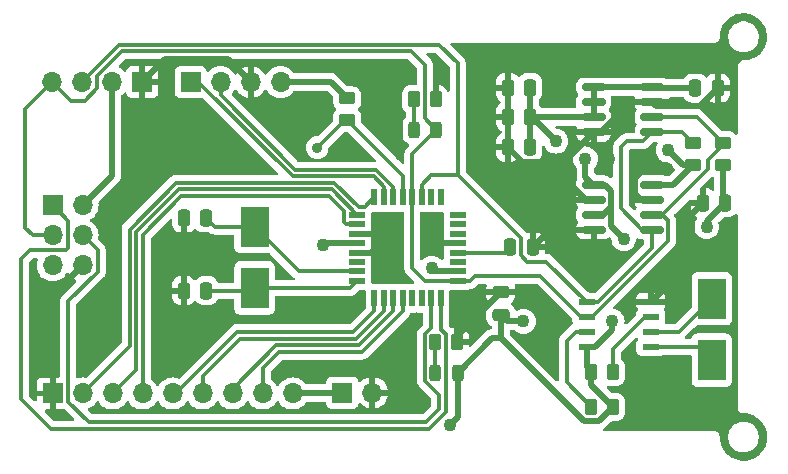
<source format=gtl>
%TF.GenerationSoftware,KiCad,Pcbnew,8.0.8*%
%TF.CreationDate,2025-09-10T22:03:36+03:00*%
%TF.ProjectId,MCU datalogger,4d435520-6461-4746-916c-6f676765722e,rev?*%
%TF.SameCoordinates,Original*%
%TF.FileFunction,Copper,L1,Top*%
%TF.FilePolarity,Positive*%
%FSLAX46Y46*%
G04 Gerber Fmt 4.6, Leading zero omitted, Abs format (unit mm)*
G04 Created by KiCad (PCBNEW 8.0.8) date 2025-09-10 22:03:36*
%MOMM*%
%LPD*%
G01*
G04 APERTURE LIST*
G04 Aperture macros list*
%AMRoundRect*
0 Rectangle with rounded corners*
0 $1 Rounding radius*
0 $2 $3 $4 $5 $6 $7 $8 $9 X,Y pos of 4 corners*
0 Add a 4 corners polygon primitive as box body*
4,1,4,$2,$3,$4,$5,$6,$7,$8,$9,$2,$3,0*
0 Add four circle primitives for the rounded corners*
1,1,$1+$1,$2,$3*
1,1,$1+$1,$4,$5*
1,1,$1+$1,$6,$7*
1,1,$1+$1,$8,$9*
0 Add four rect primitives between the rounded corners*
20,1,$1+$1,$2,$3,$4,$5,0*
20,1,$1+$1,$4,$5,$6,$7,0*
20,1,$1+$1,$6,$7,$8,$9,0*
20,1,$1+$1,$8,$9,$2,$3,0*%
G04 Aperture macros list end*
%TA.AperFunction,SMDPad,CuDef*%
%ADD10RoundRect,0.250000X0.475000X-0.250000X0.475000X0.250000X-0.475000X0.250000X-0.475000X-0.250000X0*%
%TD*%
%TA.AperFunction,SMDPad,CuDef*%
%ADD11RoundRect,0.250000X-0.250000X-0.475000X0.250000X-0.475000X0.250000X0.475000X-0.250000X0.475000X0*%
%TD*%
%TA.AperFunction,SMDPad,CuDef*%
%ADD12R,1.454899X0.532600*%
%TD*%
%TA.AperFunction,SMDPad,CuDef*%
%ADD13RoundRect,0.243750X-0.243750X-0.456250X0.243750X-0.456250X0.243750X0.456250X-0.243750X0.456250X0*%
%TD*%
%TA.AperFunction,SMDPad,CuDef*%
%ADD14RoundRect,0.250000X0.250000X0.475000X-0.250000X0.475000X-0.250000X-0.475000X0.250000X-0.475000X0*%
%TD*%
%TA.AperFunction,SMDPad,CuDef*%
%ADD15R,2.400000X3.500000*%
%TD*%
%TA.AperFunction,ComponentPad*%
%ADD16R,1.700000X1.700000*%
%TD*%
%TA.AperFunction,ComponentPad*%
%ADD17O,1.700000X1.700000*%
%TD*%
%TA.AperFunction,SMDPad,CuDef*%
%ADD18RoundRect,0.250000X-0.262500X-0.450000X0.262500X-0.450000X0.262500X0.450000X-0.262500X0.450000X0*%
%TD*%
%TA.AperFunction,SMDPad,CuDef*%
%ADD19RoundRect,0.250000X0.450000X-0.262500X0.450000X0.262500X-0.450000X0.262500X-0.450000X-0.262500X0*%
%TD*%
%TA.AperFunction,SMDPad,CuDef*%
%ADD20RoundRect,0.250000X0.262500X0.450000X-0.262500X0.450000X-0.262500X-0.450000X0.262500X-0.450000X0*%
%TD*%
%TA.AperFunction,SMDPad,CuDef*%
%ADD21RoundRect,0.150000X-0.825000X-0.150000X0.825000X-0.150000X0.825000X0.150000X-0.825000X0.150000X0*%
%TD*%
%TA.AperFunction,SMDPad,CuDef*%
%ADD22R,1.422400X0.508000*%
%TD*%
%TA.AperFunction,SMDPad,CuDef*%
%ADD23R,0.508000X1.422400*%
%TD*%
%TA.AperFunction,ViaPad*%
%ADD24C,1.100000*%
%TD*%
%TA.AperFunction,ViaPad*%
%ADD25C,0.900000*%
%TD*%
%TA.AperFunction,Conductor*%
%ADD26C,0.500000*%
%TD*%
%TA.AperFunction,Conductor*%
%ADD27C,0.350000*%
%TD*%
G04 APERTURE END LIST*
D10*
%TO.P,C5,1*%
%TO.N,/Vcc*%
X121580000Y-140440000D03*
%TO.P,C5,2*%
%TO.N,GND*%
X121580000Y-138540000D03*
%TD*%
D11*
%TO.P,C2,1*%
%TO.N,Net-(U3-AREF)*%
X122391100Y-134720000D03*
%TO.P,C2,2*%
%TO.N,GND*%
X124291100Y-134720000D03*
%TD*%
D12*
%TO.P,U4,1,X1*%
%TO.N,Net-(U4-X1)*%
X134291348Y-143155000D03*
%TO.P,U4,2,X2*%
%TO.N,Net-(U4-X2)*%
X134291348Y-141885000D03*
%TO.P,U4,3,\u002AINTA*%
%TO.N,/inta*%
X134291348Y-140615000D03*
%TO.P,U4,4,GND*%
%TO.N,GND*%
X134291348Y-139345000D03*
%TO.P,U4,5,SDA*%
%TO.N,/SDA*%
X128848652Y-139345000D03*
%TO.P,U4,6,SCL*%
%TO.N,/SCK*%
X128848652Y-140615000D03*
%TO.P,U4,7,SQW/\u002AINTB*%
%TO.N,Net-(U4-SQW{slash}\u002AINTB)*%
X128848652Y-141885000D03*
%TO.P,U4,8,VCC*%
%TO.N,/Vcc*%
X128848652Y-143155000D03*
%TD*%
D13*
%TO.P,D1,1,K*%
%TO.N,Net-(D1-K)*%
X114252500Y-124810000D03*
%TO.P,D1,2,A*%
%TO.N,/SCK*%
X116127500Y-124810000D03*
%TD*%
D14*
%TO.P,C6,1*%
%TO.N,/Vcc*%
X124060000Y-121210000D03*
%TO.P,C6,2*%
%TO.N,GND*%
X122160000Y-121210000D03*
%TD*%
%TO.P,C3,1*%
%TO.N,Net-(U3-PB7(PCINT7{slash}XTAL2{slash}TOSC2))*%
X96650000Y-138410000D03*
%TO.P,C3,2*%
%TO.N,GND*%
X94750000Y-138410000D03*
%TD*%
D15*
%TO.P,Y1,1,1*%
%TO.N,Net-(U3-PB7(PCINT7{slash}XTAL2{slash}TOSC2))*%
X100730000Y-138180000D03*
%TO.P,Y1,2,2*%
%TO.N,Net-(U3-PB6(PCINT6{slash}XTAL1{slash}TOSC1))*%
X100730000Y-132980000D03*
%TD*%
D16*
%TO.P,J1,1,Pin_1*%
%TO.N,GND*%
X91230000Y-120740000D03*
D17*
%TO.P,J1,2,Pin_2*%
%TO.N,/Vcc*%
X88690000Y-120740000D03*
%TO.P,J1,3,Pin_3*%
%TO.N,/SDA*%
X86150000Y-120740000D03*
%TO.P,J1,4,Pin_4*%
%TO.N,/SCK*%
X83610000Y-120740000D03*
%TD*%
D16*
%TO.P,J2,1,Pin_1*%
%TO.N,/TX*%
X95320000Y-120740000D03*
D17*
%TO.P,J2,2,Pin_2*%
%TO.N,/RX*%
X97860000Y-120740000D03*
%TO.P,J2,3,Pin_3*%
%TO.N,GND*%
X100400000Y-120740000D03*
%TO.P,J2,4,Pin_4*%
%TO.N,/Vcc*%
X102940000Y-120740000D03*
%TD*%
D18*
%TO.P,R1,1*%
%TO.N,/Vcc*%
X129257500Y-145300000D03*
%TO.P,R1,2*%
%TO.N,/inta*%
X131082500Y-145300000D03*
%TD*%
D16*
%TO.P,BT1,1,+*%
%TO.N,/Vcc*%
X108165000Y-147040000D03*
D17*
%TO.P,BT1,2,-*%
%TO.N,GND*%
X110705000Y-147040000D03*
%TD*%
D13*
%TO.P,D2,1,K*%
%TO.N,Net-(D2-K)*%
X116042500Y-145340000D03*
%TO.P,D2,2,A*%
%TO.N,/Vcc*%
X117917500Y-145340000D03*
%TD*%
D11*
%TO.P,C8,1*%
%TO.N,/Vcc*%
X138060000Y-121250000D03*
%TO.P,C8,2*%
%TO.N,GND*%
X139960000Y-121250000D03*
%TD*%
D18*
%TO.P,R7,1*%
%TO.N,Net-(D2-K)*%
X116027500Y-142790000D03*
%TO.P,R7,2*%
%TO.N,GND*%
X117852500Y-142790000D03*
%TD*%
D14*
%TO.P,C1,1*%
%TO.N,/Vcc*%
X124060000Y-123690000D03*
%TO.P,C1,2*%
%TO.N,GND*%
X122160000Y-123690000D03*
%TD*%
D19*
%TO.P,R6,1*%
%TO.N,/RESET*%
X108571100Y-123952500D03*
%TO.P,R6,2*%
%TO.N,/Vcc*%
X108571100Y-122127500D03*
%TD*%
D11*
%TO.P,C4,1*%
%TO.N,GND*%
X94750000Y-132250000D03*
%TO.P,C4,2*%
%TO.N,Net-(U3-PB6(PCINT6{slash}XTAL1{slash}TOSC1))*%
X96650000Y-132250000D03*
%TD*%
D16*
%TO.P,J3,1,Pin_1*%
%TO.N,GND*%
X83630000Y-147110000D03*
D17*
%TO.P,J3,2,Pin_2*%
%TO.N,/D2*%
X86170000Y-147110000D03*
%TO.P,J3,3,Pin_3*%
%TO.N,/D3*%
X88710000Y-147110000D03*
%TO.P,J3,4,Pin_4*%
%TO.N,/D4*%
X91250000Y-147110000D03*
%TO.P,J3,5,Pin_5*%
%TO.N,/D5*%
X93790000Y-147110000D03*
%TO.P,J3,6,Pin_6*%
%TO.N,/D6*%
X96330000Y-147110000D03*
%TO.P,J3,7,Pin_7*%
%TO.N,/D7*%
X98870000Y-147110000D03*
%TO.P,J3,8,Pin_8*%
%TO.N,/D8*%
X101410000Y-147110000D03*
%TO.P,J3,9,Pin_9*%
%TO.N,/Vcc*%
X103950000Y-147110000D03*
%TD*%
D14*
%TO.P,C9,1*%
%TO.N,/Vcc*%
X140590000Y-130950000D03*
%TO.P,C9,2*%
%TO.N,GND*%
X138690000Y-130950000D03*
%TD*%
D20*
%TO.P,R2,1*%
%TO.N,/Vcc*%
X131082500Y-148250000D03*
%TO.P,R2,2*%
%TO.N,Net-(U4-SQW{slash}\u002AINTB)*%
X129257500Y-148250000D03*
%TD*%
D15*
%TO.P,Y2,1,1*%
%TO.N,Net-(U4-X2)*%
X139440000Y-139080000D03*
%TO.P,Y2,2,2*%
%TO.N,Net-(U4-X1)*%
X139440000Y-144280000D03*
%TD*%
D19*
%TO.P,R4,1*%
%TO.N,/Vcc*%
X137830000Y-127742500D03*
%TO.P,R4,2*%
%TO.N,/SDA*%
X137830000Y-125917500D03*
%TD*%
D21*
%TO.P,U1,1,A0*%
%TO.N,/Vcc*%
X129436100Y-129445000D03*
%TO.P,U1,2,A1*%
%TO.N,GND*%
X129436100Y-130715000D03*
%TO.P,U1,3,A2*%
%TO.N,/Vcc*%
X129436100Y-131985000D03*
%TO.P,U1,4,GND*%
%TO.N,GND*%
X129436100Y-133255000D03*
%TO.P,U1,5,SDA*%
%TO.N,/SDA*%
X134386100Y-133255000D03*
%TO.P,U1,6,SCL*%
%TO.N,/SCK*%
X134386100Y-131985000D03*
%TO.P,U1,7,WP*%
%TO.N,GND*%
X134386100Y-130715000D03*
%TO.P,U1,8,VCC*%
%TO.N,/Vcc*%
X134386100Y-129445000D03*
%TD*%
D14*
%TO.P,C7,1*%
%TO.N,/Vcc*%
X124060000Y-126270000D03*
%TO.P,C7,2*%
%TO.N,GND*%
X122160000Y-126270000D03*
%TD*%
D18*
%TO.P,R5,1*%
%TO.N,Net-(D1-K)*%
X114237500Y-122220000D03*
%TO.P,R5,2*%
%TO.N,GND*%
X116062500Y-122220000D03*
%TD*%
D22*
%TO.P,U3,1,PD3(PCINT19/OC2B/INT1)*%
%TO.N,/D3*%
X109413900Y-131980001D03*
%TO.P,U3,2,PD4(PCINT20/XCK/T0)*%
%TO.N,/D4*%
X109413900Y-132779999D03*
%TO.P,U3,3,GND*%
%TO.N,GND*%
X109413900Y-133580000D03*
%TO.P,U3,4,VCC*%
%TO.N,/Vcc*%
X109413900Y-134380001D03*
%TO.P,U3,5,GND*%
%TO.N,GND*%
X109413900Y-135179999D03*
%TO.P,U3,6,VCC*%
%TO.N,unconnected-(U3-VCC-Pad6)*%
X109413900Y-135980000D03*
%TO.P,U3,7,PB6(PCINT6/XTAL1/TOSC1)*%
%TO.N,Net-(U3-PB6(PCINT6{slash}XTAL1{slash}TOSC1))*%
X109413900Y-136779999D03*
%TO.P,U3,8,PB7(PCINT7/XTAL2/TOSC2)*%
%TO.N,Net-(U3-PB7(PCINT7{slash}XTAL2{slash}TOSC2))*%
X109413900Y-137579999D03*
D23*
%TO.P,U3,9,PD5(PCINT21/OC0B/T1)*%
%TO.N,/D5*%
X110881101Y-139047200D03*
%TO.P,U3,10,PD6(PCINT22/OC0A/AIN0)*%
%TO.N,/D6*%
X111681099Y-139047200D03*
%TO.P,U3,11,PD7(PCINT23/AIN1)*%
%TO.N,/D7*%
X112481100Y-139047200D03*
%TO.P,U3,12,PB0(PCINT0/CLKO/ICP1)*%
%TO.N,/D8*%
X113281101Y-139047200D03*
%TO.P,U3,13,PB1(PCINT1/OC1A)*%
%TO.N,unconnected-(U3-PB1(PCINT1{slash}OC1A)-Pad13)*%
X114081099Y-139047200D03*
%TO.P,U3,14,PB2(PCINT2/\u002ASS/OC1B)*%
%TO.N,unconnected-(U3-PB2(PCINT2{slash}\u002ASS{slash}OC1B)-Pad14)*%
X114881100Y-139047200D03*
%TO.P,U3,15,PB3(PCINT3/OC2A/MOSI)*%
%TO.N,/MOSI*%
X115681099Y-139047200D03*
%TO.P,U3,16,PB4(PCINT4/MISO)*%
%TO.N,/MISO*%
X116481099Y-139047200D03*
D22*
%TO.P,U3,17,PB5(SCK/PCINT5)*%
%TO.N,/SCK*%
X117948300Y-137579999D03*
%TO.P,U3,18,AVCC*%
%TO.N,/Vcc*%
X117948300Y-136780001D03*
%TO.P,U3,19,ADC6*%
%TO.N,unconnected-(U3-ADC6-Pad19)*%
X117948300Y-135980000D03*
%TO.P,U3,20,AREF*%
%TO.N,Net-(U3-AREF)*%
X117948300Y-135179999D03*
%TO.P,U3,21,GND*%
%TO.N,GND*%
X117948300Y-134380001D03*
%TO.P,U3,22,ADC7*%
%TO.N,unconnected-(U3-ADC7-Pad22)*%
X117948300Y-133580000D03*
%TO.P,U3,23,PC0(ADC0/PCINT8)*%
%TO.N,unconnected-(U3-PC0(ADC0{slash}PCINT8)-Pad23)*%
X117948300Y-132780001D03*
%TO.P,U3,24,PC1(ADC1/PCINT9)*%
%TO.N,unconnected-(U3-PC1(ADC1{slash}PCINT9)-Pad24)*%
X117948300Y-131980001D03*
D23*
%TO.P,U3,25,PC2(ADC2/PCINT10)*%
%TO.N,unconnected-(U3-PC2(ADC2{slash}PCINT10)-Pad25)*%
X116481099Y-130512800D03*
%TO.P,U3,26,PC3(ADC3/PCINT11)*%
%TO.N,unconnected-(U3-PC3(ADC3{slash}PCINT11)-Pad26)*%
X115681101Y-130512800D03*
%TO.P,U3,27,PC4(ADC4/SDA/PCINT12)*%
%TO.N,/SDA*%
X114881100Y-130512800D03*
%TO.P,U3,28,PC5(ADC5/SCL/PCINT13)*%
%TO.N,/SCK*%
X114081099Y-130512800D03*
%TO.P,U3,29,PC6(\u002ARESET/PCINT14)*%
%TO.N,/RESET*%
X113281101Y-130512800D03*
%TO.P,U3,30,PD0(RXD/PCINT16)*%
%TO.N,/RX*%
X112481100Y-130512800D03*
%TO.P,U3,31,PD1(TXD/PCINT17)*%
%TO.N,/TX*%
X111681101Y-130512800D03*
%TO.P,U3,32,PD2(INT0/PCINT18)*%
%TO.N,/D2*%
X110881101Y-130512800D03*
%TD*%
D16*
%TO.P,J4,1,Pin_1*%
%TO.N,/MISO*%
X83630000Y-131180000D03*
D17*
%TO.P,J4,2,Pin_2*%
%TO.N,/Vcc*%
X86170000Y-131180000D03*
%TO.P,J4,3,Pin_3*%
%TO.N,/SCK*%
X83630000Y-133720000D03*
%TO.P,J4,4,Pin_4*%
%TO.N,/MOSI*%
X86170000Y-133720000D03*
%TO.P,J4,5,Pin_5*%
%TO.N,/RESET*%
X83630000Y-136260000D03*
%TO.P,J4,6,Pin_6*%
%TO.N,GND*%
X86170000Y-136260000D03*
%TD*%
D19*
%TO.P,R3,1*%
%TO.N,/Vcc*%
X140390000Y-127732500D03*
%TO.P,R3,2*%
%TO.N,/SCK*%
X140390000Y-125907500D03*
%TD*%
D21*
%TO.P,U2,1,A0*%
%TO.N,/Vcc*%
X129436100Y-121175000D03*
%TO.P,U2,2,A1*%
X129436100Y-122445000D03*
%TO.P,U2,3,A2*%
X129436100Y-123715000D03*
%TO.P,U2,4,GND*%
%TO.N,GND*%
X129436100Y-124985000D03*
%TO.P,U2,5,SDA*%
%TO.N,/SDA*%
X134386100Y-124985000D03*
%TO.P,U2,6,SCL*%
%TO.N,/SCK*%
X134386100Y-123715000D03*
%TO.P,U2,7,WP*%
%TO.N,GND*%
X134386100Y-122445000D03*
%TO.P,U2,8,VCC*%
%TO.N,/Vcc*%
X134386100Y-121175000D03*
%TD*%
D24*
%TO.N,/Vcc*%
X117250000Y-149740000D03*
X106500000Y-134500000D03*
X123500000Y-141000000D03*
X115750000Y-136500000D03*
X131000000Y-141000000D03*
X132000000Y-134000000D03*
X139000000Y-133000000D03*
X135750000Y-126500000D03*
X128750000Y-127250000D03*
X126250000Y-125750000D03*
D25*
%TO.N,GND*%
X107750000Y-140000000D03*
X106500000Y-140000000D03*
X105250000Y-140000000D03*
X118250000Y-140250000D03*
X118250000Y-139250000D03*
X99750000Y-128000000D03*
X98750000Y-128000000D03*
X97750000Y-128000000D03*
X82500000Y-143250000D03*
X82500000Y-142000000D03*
X82500000Y-141000000D03*
X137250000Y-149000000D03*
X136000000Y-149000000D03*
X135000000Y-149000000D03*
X125250000Y-129750000D03*
X124000000Y-129750000D03*
X122750000Y-129750000D03*
X125000000Y-118500000D03*
X123250000Y-118500000D03*
X121750000Y-118500000D03*
X116500000Y-119500000D03*
X110750000Y-121750000D03*
X110750000Y-120750000D03*
X110750000Y-119750000D03*
X105000000Y-124500000D03*
X104000000Y-124500000D03*
X103000000Y-124500000D03*
X93000000Y-127000000D03*
X92250000Y-127750000D03*
X91500000Y-128500000D03*
X93500000Y-124500000D03*
X92500000Y-124500000D03*
X91500000Y-124500000D03*
X88750000Y-141000000D03*
X88750000Y-139750000D03*
X88750000Y-138500000D03*
X92750000Y-139000000D03*
X92750000Y-137750000D03*
X92750000Y-136500000D03*
X113000000Y-144750000D03*
X112500000Y-143750000D03*
X112500000Y-142750000D03*
D24*
X111250000Y-133500000D03*
X115500000Y-133750000D03*
D25*
X128250000Y-136750000D03*
X127500000Y-136000000D03*
X126750000Y-135250000D03*
X126000000Y-140000000D03*
X125000000Y-139250000D03*
X124000000Y-138750000D03*
X135000000Y-136750000D03*
X135750000Y-136000000D03*
D24*
X136500000Y-135250000D03*
X130750000Y-127250000D03*
D25*
X135750000Y-128000000D03*
X134750000Y-128000000D03*
X133750000Y-128000000D03*
%TO.N,/RESET*%
X106040000Y-126290000D03*
%TD*%
D26*
%TO.N,GND*%
X132911100Y-128838900D02*
X133750000Y-128000000D01*
X132911100Y-130214999D02*
X132911100Y-128838900D01*
X133411101Y-130715000D02*
X132911100Y-130214999D01*
X134386100Y-130715000D02*
X133411101Y-130715000D01*
X116062500Y-119937500D02*
X116500000Y-119500000D01*
X116062500Y-122220000D02*
X116062500Y-119937500D01*
%TO.N,/Vcc*%
X117250000Y-149740000D02*
X117917500Y-149072500D01*
X117917500Y-149072500D02*
X117917500Y-145340000D01*
X106619999Y-134380001D02*
X106500000Y-134500000D01*
X109413900Y-134380001D02*
X106619999Y-134380001D01*
X123500000Y-141000000D02*
X122140000Y-141000000D01*
X122140000Y-141000000D02*
X121580000Y-140440000D01*
X116030001Y-136780001D02*
X115750000Y-136500000D01*
X117948300Y-136780001D02*
X116030001Y-136780001D01*
D27*
%TO.N,/SCK*%
X115131549Y-137579999D02*
X117948300Y-137579999D01*
X114081099Y-136529549D02*
X115131549Y-137579999D01*
X114081099Y-130512800D02*
X114081099Y-136529549D01*
D26*
%TO.N,/Vcc*%
X131000000Y-141000000D02*
X131000000Y-141727401D01*
X131000000Y-141727401D02*
X129572401Y-143155000D01*
X129572401Y-143155000D02*
X128848652Y-143155000D01*
X130911100Y-132911100D02*
X132000000Y-134000000D01*
X130911100Y-131348900D02*
X130911100Y-132911100D01*
X139000000Y-133000000D02*
X139000000Y-132540000D01*
X139000000Y-132540000D02*
X140590000Y-130950000D01*
X136992500Y-127742500D02*
X135750000Y-126500000D01*
X137830000Y-127742500D02*
X136992500Y-127742500D01*
D27*
%TO.N,/SDA*%
X133555000Y-133255000D02*
X134386100Y-133255000D01*
X131730000Y-131430000D02*
X133555000Y-133255000D01*
X131730000Y-126270000D02*
X131730000Y-131430000D01*
X133621100Y-125750000D02*
X132250000Y-125750000D01*
X132250000Y-125750000D02*
X131730000Y-126270000D01*
X134386100Y-124985000D02*
X133621100Y-125750000D01*
X137830000Y-125917500D02*
X137662500Y-125750000D01*
D26*
%TO.N,/Vcc*%
X128750000Y-128758900D02*
X129436100Y-129445000D01*
X128750000Y-127250000D02*
X128750000Y-128758900D01*
X124190000Y-123690000D02*
X126250000Y-125750000D01*
X124060000Y-123690000D02*
X124190000Y-123690000D01*
%TO.N,GND*%
X111250000Y-134555099D02*
X111250000Y-133500000D01*
X110625100Y-135179999D02*
X111250000Y-134555099D01*
X109413900Y-135179999D02*
X110625100Y-135179999D01*
X111170000Y-133580000D02*
X111250000Y-133500000D01*
X109413900Y-133580000D02*
X111170000Y-133580000D01*
X116130001Y-134380001D02*
X115500000Y-133750000D01*
X117948300Y-134380001D02*
X116130001Y-134380001D01*
X94750000Y-132250000D02*
X94750000Y-138410000D01*
D27*
%TO.N,/RESET*%
X108377500Y-123952500D02*
X108571100Y-123952500D01*
X106040000Y-126290000D02*
X108377500Y-123952500D01*
D26*
%TO.N,/Vcc*%
X107183600Y-120740000D02*
X108571100Y-122127500D01*
X102940000Y-120740000D02*
X107183600Y-120740000D01*
%TO.N,GND*%
X98470000Y-118810000D02*
X100400000Y-120740000D01*
X93160000Y-118810000D02*
X98470000Y-118810000D01*
X91230000Y-120740000D02*
X93160000Y-118810000D01*
%TO.N,/Vcc*%
X88690000Y-128660000D02*
X88690000Y-120740000D01*
X86170000Y-131180000D02*
X88690000Y-128660000D01*
%TO.N,GND*%
X83630000Y-138800000D02*
X86170000Y-136260000D01*
X83630000Y-147110000D02*
X83630000Y-138800000D01*
%TO.N,/Vcc*%
X108165000Y-147040000D02*
X104020000Y-147040000D01*
X104020000Y-147040000D02*
X103950000Y-147110000D01*
%TO.N,GND*%
X117852500Y-142267500D02*
X117852500Y-142790000D01*
X121580000Y-138540000D02*
X117852500Y-142267500D01*
%TO.N,/Vcc*%
X120827500Y-142430000D02*
X121580000Y-142430000D01*
X117917500Y-145340000D02*
X120827500Y-142430000D01*
X121580000Y-142430000D02*
X121580000Y-140440000D01*
X128600000Y-149450000D02*
X121580000Y-142430000D01*
X129882500Y-149450000D02*
X128600000Y-149450000D01*
X131082500Y-148250000D02*
X129882500Y-149450000D01*
X129257500Y-146425000D02*
X131082500Y-148250000D01*
X129257500Y-145300000D02*
X129257500Y-146425000D01*
X128848652Y-144891152D02*
X129257500Y-145300000D01*
X128848652Y-143155000D02*
X128848652Y-144891152D01*
D27*
%TO.N,Net-(U4-SQW{slash}\u002AINTB)*%
X127160000Y-142640000D02*
X127160000Y-146152500D01*
X127160000Y-146152500D02*
X129257500Y-148250000D01*
X127915000Y-141885000D02*
X127160000Y-142640000D01*
X128848652Y-141885000D02*
X127915000Y-141885000D01*
D26*
%TO.N,GND*%
X137740000Y-131900000D02*
X137740000Y-135896348D01*
X137740000Y-135896348D02*
X134291348Y-139345000D01*
X138690000Y-130950000D02*
X137740000Y-131900000D01*
X138465001Y-122744999D02*
X139960000Y-121250000D01*
X134686099Y-122744999D02*
X138465001Y-122744999D01*
X134386100Y-122445000D02*
X134686099Y-122744999D01*
%TO.N,/Vcc*%
X134461100Y-121250000D02*
X134386100Y-121175000D01*
X138060000Y-121250000D02*
X134461100Y-121250000D01*
X140390000Y-130750000D02*
X140590000Y-130950000D01*
X140390000Y-127732500D02*
X140390000Y-130750000D01*
%TO.N,GND*%
X125756100Y-133255000D02*
X126926100Y-132085000D01*
X126926100Y-132085000D02*
X126926100Y-128833394D01*
X125756100Y-133255000D02*
X124291100Y-134720000D01*
X129436100Y-133255000D02*
X125756100Y-133255000D01*
X128807706Y-130715000D02*
X129436100Y-130715000D01*
X126926100Y-128833394D02*
X128807706Y-130715000D01*
X126926100Y-127495000D02*
X126926100Y-128833394D01*
%TO.N,/Vcc*%
X130275000Y-131985000D02*
X129436100Y-131985000D01*
X130911100Y-129945001D02*
X130911100Y-131348900D01*
X130911100Y-131348900D02*
X130275000Y-131985000D01*
X130411099Y-129445000D02*
X130911100Y-129945001D01*
X129436100Y-129445000D02*
X130411099Y-129445000D01*
D27*
%TO.N,/SCK*%
X139120000Y-128130000D02*
X135265000Y-131985000D01*
X139120000Y-127328478D02*
X139120000Y-128130000D01*
X140390000Y-126058478D02*
X139120000Y-127328478D01*
X140390000Y-125907500D02*
X140390000Y-126058478D01*
X135265000Y-131985000D02*
X134386100Y-131985000D01*
D26*
%TO.N,/Vcc*%
X136127500Y-129445000D02*
X137830000Y-127742500D01*
X134386100Y-129445000D02*
X136127500Y-129445000D01*
%TO.N,GND*%
X123385000Y-127495000D02*
X122160000Y-126270000D01*
X126926100Y-127495000D02*
X123385000Y-127495000D01*
X129436100Y-124985000D02*
X126926100Y-127495000D01*
X130064494Y-124985000D02*
X129436100Y-124985000D01*
X132604494Y-122445000D02*
X130064494Y-124985000D01*
X134386100Y-122445000D02*
X132604494Y-122445000D01*
%TO.N,/Vcc*%
X129436100Y-121175000D02*
X134386100Y-121175000D01*
X129436100Y-122445000D02*
X129436100Y-121175000D01*
X129436100Y-123715000D02*
X129436100Y-122445000D01*
X129411100Y-123690000D02*
X129436100Y-123715000D01*
X124060000Y-123690000D02*
X129411100Y-123690000D01*
X124060000Y-123690000D02*
X124060000Y-126270000D01*
X124060000Y-121210000D02*
X124060000Y-123690000D01*
%TO.N,GND*%
X122160000Y-123690000D02*
X122160000Y-121210000D01*
X122160000Y-126270000D02*
X122160000Y-123690000D01*
D27*
%TO.N,/SCK*%
X81320000Y-133070000D02*
X81970000Y-133720000D01*
X81320000Y-123030000D02*
X81320000Y-133070000D01*
X83610000Y-120740000D02*
X81320000Y-123030000D01*
X81970000Y-133720000D02*
X83630000Y-133720000D01*
%TO.N,/MISO*%
X84950000Y-132500000D02*
X83630000Y-131180000D01*
X84950000Y-133207588D02*
X84950000Y-132500000D01*
X84945000Y-133212588D02*
X84950000Y-133207588D01*
X84945000Y-134227412D02*
X84945000Y-133212588D01*
X84950000Y-134232412D02*
X84945000Y-134227412D01*
X84950000Y-134760000D02*
X84950000Y-134232412D01*
X84765000Y-134945000D02*
X84950000Y-134760000D01*
X81735000Y-134945000D02*
X84765000Y-134945000D01*
X80945000Y-135735000D02*
X81735000Y-134945000D01*
X116915000Y-148685000D02*
X115485000Y-150115000D01*
X116915000Y-142074190D02*
X116915000Y-148685000D01*
X116555810Y-141715000D02*
X116915000Y-142074190D01*
X83495000Y-150115000D02*
X80945000Y-147565000D01*
X115485000Y-150115000D02*
X83495000Y-150115000D01*
X116481099Y-141715000D02*
X116555810Y-141715000D01*
X80945000Y-147565000D02*
X80945000Y-135735000D01*
X116481099Y-139047200D02*
X116481099Y-141715000D01*
%TO.N,/MOSI*%
X87445000Y-134995000D02*
X86170000Y-133720000D01*
X87445000Y-136805000D02*
X87445000Y-134995000D01*
X84945000Y-139305000D02*
X87445000Y-136805000D01*
X86705000Y-149565000D02*
X84945000Y-147805000D01*
X84945000Y-147805000D02*
X84945000Y-139305000D01*
X115257182Y-149565000D02*
X86705000Y-149565000D01*
X116365000Y-148457182D02*
X115257182Y-149565000D01*
X116365000Y-147244298D02*
X116365000Y-148457182D01*
X115140000Y-142074190D02*
X115140000Y-146019298D01*
X115681099Y-139047200D02*
X115681099Y-141533091D01*
X115681099Y-141533091D02*
X115140000Y-142074190D01*
X115140000Y-146019298D02*
X116365000Y-147244298D01*
%TO.N,/SCK*%
X115125000Y-123807500D02*
X116127500Y-124810000D01*
X115125000Y-119265000D02*
X115125000Y-123807500D01*
X113995000Y-118135000D02*
X115125000Y-119265000D01*
X87415000Y-121268123D02*
X87415000Y-120211877D01*
X86343123Y-122340000D02*
X87415000Y-121268123D01*
X87415000Y-120211877D02*
X89491877Y-118135000D01*
X85210000Y-122340000D02*
X86343123Y-122340000D01*
X89491877Y-118135000D02*
X113995000Y-118135000D01*
X83610000Y-120740000D02*
X85210000Y-122340000D01*
%TO.N,/SDA*%
X117930000Y-119160000D02*
X117930000Y-128630000D01*
X116355000Y-117585000D02*
X117930000Y-119160000D01*
X86150000Y-120699059D02*
X89264059Y-117585000D01*
X86150000Y-120740000D02*
X86150000Y-120699059D01*
X89264059Y-117585000D02*
X116355000Y-117585000D01*
%TO.N,/SCK*%
X128387503Y-140615000D02*
X128848652Y-140615000D01*
X124942503Y-137170000D02*
X128387503Y-140615000D01*
X119373501Y-137170000D02*
X124942503Y-137170000D01*
X118963502Y-137579999D02*
X119373501Y-137170000D01*
X117948300Y-137579999D02*
X118963502Y-137579999D01*
%TO.N,/inta*%
X131082500Y-143350099D02*
X133817599Y-140615000D01*
X131082500Y-145300000D02*
X131082500Y-143350099D01*
X133817599Y-140615000D02*
X134291348Y-140615000D01*
%TO.N,Net-(U4-X1)*%
X138315000Y-143155000D02*
X139440000Y-144280000D01*
X134291348Y-143155000D02*
X138315000Y-143155000D01*
%TO.N,Net-(U4-X2)*%
X136635000Y-141885000D02*
X139440000Y-139080000D01*
X134291348Y-141885000D02*
X136635000Y-141885000D01*
%TO.N,/SDA*%
X136897500Y-124985000D02*
X134386100Y-124985000D01*
X137830000Y-125917500D02*
X136897500Y-124985000D01*
%TO.N,/SCK*%
X140390000Y-125907500D02*
X138197500Y-123715000D01*
X138197500Y-123715000D02*
X134386100Y-123715000D01*
%TO.N,/SDA*%
X129801983Y-139345000D02*
X128848652Y-139345000D01*
X134386100Y-134760883D02*
X129801983Y-139345000D01*
X134386100Y-133255000D02*
X134386100Y-134760883D01*
X117930000Y-128630000D02*
X115702700Y-128630000D01*
X123266100Y-135381522D02*
X123266100Y-133966100D01*
X123266100Y-133966100D02*
X117930000Y-128630000D01*
X123824578Y-135940000D02*
X123266100Y-135381522D01*
X125443652Y-135940000D02*
X123824578Y-135940000D01*
X128848652Y-139345000D02*
X125443652Y-135940000D01*
X115702700Y-128630000D02*
X114881100Y-129451600D01*
X114881100Y-129451600D02*
X114881100Y-130512800D01*
%TO.N,/SCK*%
X135736100Y-132456100D02*
X135265000Y-131985000D01*
X135736100Y-134188701D02*
X135736100Y-132456100D01*
X129309801Y-140615000D02*
X135736100Y-134188701D01*
X128848652Y-140615000D02*
X129309801Y-140615000D01*
%TO.N,Net-(D2-K)*%
X116027500Y-145325000D02*
X116042500Y-145340000D01*
X116027500Y-142790000D02*
X116027500Y-145325000D01*
%TO.N,Net-(U3-AREF)*%
X121931101Y-135179999D02*
X117948300Y-135179999D01*
X122391100Y-134720000D02*
X121931101Y-135179999D01*
%TO.N,/RX*%
X97860000Y-121852182D02*
X97860000Y-120740000D01*
X104197818Y-128190000D02*
X97860000Y-121852182D01*
X111051318Y-128190000D02*
X104197818Y-128190000D01*
X112481100Y-129619782D02*
X111051318Y-128190000D01*
X112481100Y-130512800D02*
X112481100Y-129619782D01*
%TO.N,/TX*%
X111681101Y-129597600D02*
X111681101Y-130512800D01*
X103970000Y-128740000D02*
X110823501Y-128740000D01*
X95320000Y-120740000D02*
X95970000Y-120740000D01*
X95970000Y-120740000D02*
X103970000Y-128740000D01*
X110823501Y-128740000D02*
X111681101Y-129597600D01*
%TO.N,/D4*%
X91250000Y-133685636D02*
X91250000Y-147110000D01*
X94545636Y-130390000D02*
X91250000Y-133685636D01*
X108327700Y-131693799D02*
X107023901Y-130390000D01*
X108327700Y-132609001D02*
X108327700Y-131693799D01*
X107023901Y-130390000D02*
X94545636Y-130390000D01*
X109413900Y-132779999D02*
X108498698Y-132779999D01*
X108498698Y-132779999D02*
X108327700Y-132609001D01*
%TO.N,/D3*%
X90700000Y-133457818D02*
X90700000Y-145120000D01*
X94317818Y-129840000D02*
X90700000Y-133457818D01*
X107273899Y-129840000D02*
X94317818Y-129840000D01*
X90700000Y-145120000D02*
X88710000Y-147110000D01*
X109413900Y-131980001D02*
X107273899Y-129840000D01*
%TO.N,/D2*%
X90150000Y-133230000D02*
X90150000Y-143130000D01*
X94090000Y-129290000D02*
X90150000Y-133230000D01*
X107501717Y-129290000D02*
X94090000Y-129290000D01*
X90150000Y-143130000D02*
X86170000Y-147110000D01*
X110042900Y-131351001D02*
X109562718Y-131351001D01*
X110881101Y-130512800D02*
X110042900Y-131351001D01*
X109562718Y-131351001D02*
X107501717Y-129290000D01*
%TO.N,/RESET*%
X112310000Y-127710000D02*
X112310000Y-127691400D01*
X113281101Y-128681101D02*
X112310000Y-127710000D01*
X112310000Y-127691400D02*
X108571100Y-123952500D01*
X113281101Y-130512800D02*
X113281101Y-128681101D01*
%TO.N,Net-(D1-K)*%
X114252500Y-122235000D02*
X114237500Y-122220000D01*
X114252500Y-124810000D02*
X114252500Y-122235000D01*
%TO.N,/SCK*%
X114081099Y-126856401D02*
X114081099Y-130512800D01*
X116127500Y-124810000D02*
X114081099Y-126856401D01*
%TO.N,Net-(U3-PB7(PCINT7{slash}XTAL2{slash}TOSC2))*%
X100500000Y-138410000D02*
X100730000Y-138180000D01*
X96650000Y-138410000D02*
X100500000Y-138410000D01*
%TO.N,Net-(U3-PB6(PCINT6{slash}XTAL1{slash}TOSC1))*%
X97380000Y-132980000D02*
X100730000Y-132980000D01*
X96650000Y-132250000D02*
X97380000Y-132980000D01*
X104529999Y-136779999D02*
X109413900Y-136779999D01*
X100730000Y-132980000D02*
X104529999Y-136779999D01*
%TO.N,Net-(U3-PB7(PCINT7{slash}XTAL2{slash}TOSC2))*%
X108813899Y-138180000D02*
X109413900Y-137579999D01*
X100730000Y-138180000D02*
X108813899Y-138180000D01*
%TO.N,/D7*%
X98870000Y-146722182D02*
X98870000Y-147110000D01*
X102572182Y-143020000D02*
X98870000Y-146722182D01*
X109569500Y-143020000D02*
X102572182Y-143020000D01*
X112481100Y-140108400D02*
X109569500Y-143020000D01*
X112481100Y-139047200D02*
X112481100Y-140108400D01*
%TO.N,/D8*%
X102800000Y-143570000D02*
X101410000Y-144960000D01*
X113281101Y-140086217D02*
X109797318Y-143570000D01*
X109797318Y-143570000D02*
X102800000Y-143570000D01*
X113281101Y-139047200D02*
X113281101Y-140086217D01*
X101410000Y-144960000D02*
X101410000Y-147110000D01*
%TO.N,/D6*%
X96330000Y-145607818D02*
X96330000Y-147110000D01*
X99467818Y-142470000D02*
X96330000Y-145607818D01*
X111681099Y-140108400D02*
X109319499Y-142470000D01*
X109319499Y-142470000D02*
X99467818Y-142470000D01*
X111681099Y-139047200D02*
X111681099Y-140108400D01*
%TO.N,/D5*%
X99240000Y-141920000D02*
X94050000Y-147110000D01*
X109091681Y-141920000D02*
X99240000Y-141920000D01*
X110881101Y-140130580D02*
X109091681Y-141920000D01*
X94050000Y-147110000D02*
X93790000Y-147110000D01*
X110881101Y-139047200D02*
X110881101Y-140130580D01*
%TD*%
%TA.AperFunction,Conductor*%
%TO.N,GND*%
G36*
X139558834Y-128748980D02*
G01*
X139614767Y-128790852D01*
X139639184Y-128856316D01*
X139639500Y-128865162D01*
X139639500Y-129814477D01*
X139619815Y-129881516D01*
X139567011Y-129927271D01*
X139497853Y-129937215D01*
X139434297Y-129908190D01*
X139427819Y-129902158D01*
X139408345Y-129882684D01*
X139259124Y-129790643D01*
X139259119Y-129790641D01*
X139092697Y-129735494D01*
X139092690Y-129735493D01*
X138989986Y-129725000D01*
X138940000Y-129725000D01*
X138940000Y-130826000D01*
X138920315Y-130893039D01*
X138867511Y-130938794D01*
X138816000Y-130950000D01*
X138690000Y-130950000D01*
X138690000Y-131076000D01*
X138670315Y-131143039D01*
X138617511Y-131188794D01*
X138566000Y-131200000D01*
X137690001Y-131200000D01*
X137690001Y-131474986D01*
X137700494Y-131577697D01*
X137755641Y-131744119D01*
X137755643Y-131744124D01*
X137847684Y-131893345D01*
X137971654Y-132017315D01*
X138120875Y-132109356D01*
X138120878Y-132109357D01*
X138146881Y-132117974D01*
X138204325Y-132157747D01*
X138231148Y-132222263D01*
X138218833Y-132291039D01*
X138203730Y-132314344D01*
X138124436Y-132410965D01*
X138122315Y-132413550D01*
X138102832Y-132450000D01*
X138024769Y-132596043D01*
X137964699Y-132794067D01*
X137944417Y-133000000D01*
X137964699Y-133205932D01*
X137986600Y-133278129D01*
X138021004Y-133391547D01*
X138024769Y-133403956D01*
X138027899Y-133409812D01*
X138122315Y-133586450D01*
X138151750Y-133622317D01*
X138253589Y-133746410D01*
X138327255Y-133806865D01*
X138413550Y-133877685D01*
X138596046Y-133975232D01*
X138794066Y-134035300D01*
X138794065Y-134035300D01*
X138804879Y-134036365D01*
X139000000Y-134055583D01*
X139205934Y-134035300D01*
X139403954Y-133975232D01*
X139586450Y-133877685D01*
X139746410Y-133746410D01*
X139877685Y-133586450D01*
X139975232Y-133403954D01*
X140035300Y-133205934D01*
X140055583Y-133000000D01*
X140035300Y-132794066D01*
X140003808Y-132690252D01*
X140003186Y-132620386D01*
X140034787Y-132566579D01*
X140389548Y-132211817D01*
X140450871Y-132178333D01*
X140477229Y-132175499D01*
X140890002Y-132175499D01*
X140890008Y-132175499D01*
X140992797Y-132164999D01*
X141159334Y-132109814D01*
X141308656Y-132017712D01*
X141417819Y-131908549D01*
X141479142Y-131875064D01*
X141548834Y-131880048D01*
X141604767Y-131921920D01*
X141629184Y-131987384D01*
X141629500Y-131996230D01*
X141629500Y-148214108D01*
X141629500Y-148345892D01*
X141639735Y-148384091D01*
X141663608Y-148473187D01*
X141673664Y-148490604D01*
X141729500Y-148587314D01*
X141822686Y-148680500D01*
X141936814Y-148746392D01*
X142064108Y-148780500D01*
X142125707Y-148780500D01*
X142134293Y-148780798D01*
X142399045Y-148799174D01*
X142416032Y-148801543D01*
X142671513Y-148855436D01*
X142688015Y-148860131D01*
X142933587Y-148948800D01*
X142949286Y-148955732D01*
X143180257Y-149077478D01*
X143194846Y-149086512D01*
X143278107Y-149146418D01*
X143406775Y-149238995D01*
X143419987Y-149249966D01*
X143606433Y-149427993D01*
X143608811Y-149430263D01*
X143620380Y-149442954D01*
X143782492Y-149647618D01*
X143792195Y-149661783D01*
X143924473Y-149886874D01*
X143932123Y-149902237D01*
X144032036Y-150143450D01*
X144037493Y-150159732D01*
X144103119Y-150412420D01*
X144106275Y-150429299D01*
X144136364Y-150688644D01*
X144137157Y-150705799D01*
X144131126Y-150966812D01*
X144129541Y-150983911D01*
X144087510Y-151241575D01*
X144083579Y-151258292D01*
X144006347Y-151507696D01*
X144000143Y-151523709D01*
X143889201Y-151760040D01*
X143880845Y-151775042D01*
X143738314Y-151993783D01*
X143727965Y-152007487D01*
X143556581Y-152204438D01*
X143544438Y-152216581D01*
X143347487Y-152387965D01*
X143333783Y-152398314D01*
X143115042Y-152540845D01*
X143100040Y-152549201D01*
X142863709Y-152660143D01*
X142847696Y-152666347D01*
X142598292Y-152743579D01*
X142581575Y-152747510D01*
X142323911Y-152789541D01*
X142306812Y-152791126D01*
X142045799Y-152797157D01*
X142028644Y-152796364D01*
X141769299Y-152766275D01*
X141752420Y-152763119D01*
X141499732Y-152697493D01*
X141483450Y-152692036D01*
X141242237Y-152592123D01*
X141226874Y-152584473D01*
X141001783Y-152452195D01*
X140987618Y-152442492D01*
X140782954Y-152280380D01*
X140770263Y-152268811D01*
X140589966Y-152079987D01*
X140578995Y-152066775D01*
X140532004Y-152001464D01*
X140426512Y-151854846D01*
X140417478Y-151840257D01*
X140295732Y-151609286D01*
X140288798Y-151593582D01*
X140263569Y-151523709D01*
X140200131Y-151348015D01*
X140195436Y-151331513D01*
X140141543Y-151076032D01*
X140139174Y-151059045D01*
X140120798Y-150794293D01*
X140120500Y-150785707D01*
X140120500Y-150724110D01*
X140120500Y-150724108D01*
X140110731Y-150687648D01*
X140829500Y-150687648D01*
X140829500Y-150892351D01*
X140861522Y-151094534D01*
X140924781Y-151289223D01*
X141017715Y-151471613D01*
X141138028Y-151637213D01*
X141282786Y-151781971D01*
X141383099Y-151854851D01*
X141448390Y-151902287D01*
X141530029Y-151943884D01*
X141630776Y-151995218D01*
X141630778Y-151995218D01*
X141630781Y-151995220D01*
X141735137Y-152029127D01*
X141825465Y-152058477D01*
X141920935Y-152073598D01*
X142027648Y-152090500D01*
X142027649Y-152090500D01*
X142232351Y-152090500D01*
X142232352Y-152090500D01*
X142434534Y-152058477D01*
X142629219Y-151995220D01*
X142811610Y-151902287D01*
X142904590Y-151834732D01*
X142977213Y-151781971D01*
X142977215Y-151781968D01*
X142977219Y-151781966D01*
X143121966Y-151637219D01*
X143121968Y-151637215D01*
X143121971Y-151637213D01*
X143207060Y-151520096D01*
X143242287Y-151471610D01*
X143335220Y-151289219D01*
X143398477Y-151094534D01*
X143430500Y-150892352D01*
X143430500Y-150687648D01*
X143398477Y-150485466D01*
X143380825Y-150431140D01*
X143335218Y-150290776D01*
X143281492Y-150185335D01*
X143242287Y-150108390D01*
X143208872Y-150062398D01*
X143121971Y-149942786D01*
X142977213Y-149798028D01*
X142811613Y-149677715D01*
X142811612Y-149677714D01*
X142811610Y-149677713D01*
X142737494Y-149639949D01*
X142629223Y-149584781D01*
X142434534Y-149521522D01*
X142259995Y-149493878D01*
X142232352Y-149489500D01*
X142027648Y-149489500D01*
X142003329Y-149493351D01*
X141825465Y-149521522D01*
X141630776Y-149584781D01*
X141448386Y-149677715D01*
X141282786Y-149798028D01*
X141138028Y-149942786D01*
X141017715Y-150108386D01*
X140924781Y-150290776D01*
X140861522Y-150485465D01*
X140829500Y-150687648D01*
X140110731Y-150687648D01*
X140086392Y-150596814D01*
X140020500Y-150482686D01*
X139927314Y-150389500D01*
X139844410Y-150341635D01*
X139813187Y-150323608D01*
X139749539Y-150306554D01*
X139685892Y-150289500D01*
X139685891Y-150289500D01*
X130385737Y-150289500D01*
X130318698Y-150269815D01*
X130272943Y-150217011D01*
X130262999Y-150147853D01*
X130292024Y-150084297D01*
X130316847Y-150062397D01*
X130324483Y-150057294D01*
X130360916Y-150032952D01*
X130907048Y-149486817D01*
X130968371Y-149453333D01*
X130994729Y-149450499D01*
X131395002Y-149450499D01*
X131395008Y-149450499D01*
X131402889Y-149449694D01*
X131468869Y-149442954D01*
X131497797Y-149439999D01*
X131664334Y-149384814D01*
X131813656Y-149292712D01*
X131937712Y-149168656D01*
X132029814Y-149019334D01*
X132084999Y-148852797D01*
X132095500Y-148750009D01*
X132095499Y-147749992D01*
X132094991Y-147745023D01*
X132084999Y-147647203D01*
X132084998Y-147647200D01*
X132063403Y-147582032D01*
X132029814Y-147480666D01*
X131937712Y-147331344D01*
X131813656Y-147207288D01*
X131664334Y-147115186D01*
X131497797Y-147060001D01*
X131497795Y-147060000D01*
X131395016Y-147049500D01*
X131395009Y-147049500D01*
X130994730Y-147049500D01*
X130927691Y-147029815D01*
X130907049Y-147013181D01*
X130598090Y-146704222D01*
X130564605Y-146642899D01*
X130569589Y-146573207D01*
X130611461Y-146517274D01*
X130676925Y-146492857D01*
X130698368Y-146493182D01*
X130769991Y-146500500D01*
X131395008Y-146500499D01*
X131395016Y-146500498D01*
X131395019Y-146500498D01*
X131466627Y-146493183D01*
X131497797Y-146489999D01*
X131664334Y-146434814D01*
X131813656Y-146342712D01*
X131937712Y-146218656D01*
X132029814Y-146069334D01*
X132084999Y-145902797D01*
X132095500Y-145800009D01*
X132095499Y-144799992D01*
X132094359Y-144788836D01*
X132084999Y-144697203D01*
X132084998Y-144697200D01*
X132029814Y-144530666D01*
X131937712Y-144381344D01*
X131813656Y-144257288D01*
X131807989Y-144252807D01*
X131809430Y-144250984D01*
X131770175Y-144207335D01*
X131758000Y-144153752D01*
X131758000Y-143681261D01*
X131777685Y-143614222D01*
X131794314Y-143593585D01*
X132965043Y-142422855D01*
X133026364Y-142389372D01*
X133096056Y-142394356D01*
X133151989Y-142436228D01*
X133151990Y-142436229D01*
X133159073Y-142445691D01*
X133183489Y-142511155D01*
X133168637Y-142579428D01*
X133159072Y-142594310D01*
X133120104Y-142646364D01*
X133120100Y-142646371D01*
X133073873Y-142770315D01*
X133069807Y-142781217D01*
X133063398Y-142840827D01*
X133063398Y-142840834D01*
X133063398Y-142840835D01*
X133063398Y-143469170D01*
X133063399Y-143469176D01*
X133069806Y-143528783D01*
X133120100Y-143663628D01*
X133120104Y-143663635D01*
X133206350Y-143778844D01*
X133206352Y-143778846D01*
X133321562Y-143865093D01*
X133321569Y-143865097D01*
X133456415Y-143915391D01*
X133456414Y-143915391D01*
X133463342Y-143916135D01*
X133516025Y-143921800D01*
X135066670Y-143921799D01*
X135126281Y-143915391D01*
X135261129Y-143865096D01*
X135261217Y-143865029D01*
X135274304Y-143855234D01*
X135339768Y-143830816D01*
X135348615Y-143830500D01*
X137615500Y-143830500D01*
X137682539Y-143850185D01*
X137728294Y-143902989D01*
X137739500Y-143954500D01*
X137739500Y-146077870D01*
X137739501Y-146077876D01*
X137745908Y-146137483D01*
X137796202Y-146272328D01*
X137796206Y-146272335D01*
X137882452Y-146387544D01*
X137882455Y-146387547D01*
X137997664Y-146473793D01*
X137997671Y-146473797D01*
X138132517Y-146524091D01*
X138132516Y-146524091D01*
X138139444Y-146524835D01*
X138192127Y-146530500D01*
X140687872Y-146530499D01*
X140747483Y-146524091D01*
X140882331Y-146473796D01*
X140997546Y-146387546D01*
X141083796Y-146272331D01*
X141134091Y-146137483D01*
X141140500Y-146077873D01*
X141140499Y-142482128D01*
X141134091Y-142422517D01*
X141125257Y-142398833D01*
X141083797Y-142287671D01*
X141083793Y-142287664D01*
X140997547Y-142172455D01*
X140997544Y-142172452D01*
X140882335Y-142086206D01*
X140882328Y-142086202D01*
X140747482Y-142035908D01*
X140747483Y-142035908D01*
X140687883Y-142029501D01*
X140687881Y-142029500D01*
X140687873Y-142029500D01*
X140687864Y-142029500D01*
X138192129Y-142029500D01*
X138192123Y-142029501D01*
X138132516Y-142035908D01*
X137997671Y-142086202D01*
X137997664Y-142086206D01*
X137882455Y-142172452D01*
X137882452Y-142172455D01*
X137796206Y-142287664D01*
X137796202Y-142287671D01*
X137754742Y-142398833D01*
X137712871Y-142454767D01*
X137647407Y-142479184D01*
X137638560Y-142479500D01*
X137295164Y-142479500D01*
X137228125Y-142459815D01*
X137182370Y-142407011D01*
X137172426Y-142337853D01*
X137201451Y-142274297D01*
X137207483Y-142267819D01*
X137925805Y-141549495D01*
X138108483Y-141366816D01*
X138169804Y-141333333D01*
X138196152Y-141330499D01*
X140687872Y-141330499D01*
X140747483Y-141324091D01*
X140882331Y-141273796D01*
X140997546Y-141187546D01*
X141083796Y-141072331D01*
X141134091Y-140937483D01*
X141140500Y-140877873D01*
X141140499Y-137282128D01*
X141134091Y-137222517D01*
X141129549Y-137210340D01*
X141083797Y-137087671D01*
X141083793Y-137087664D01*
X140997547Y-136972455D01*
X140997544Y-136972452D01*
X140882335Y-136886206D01*
X140882328Y-136886202D01*
X140747482Y-136835908D01*
X140747483Y-136835908D01*
X140687883Y-136829501D01*
X140687881Y-136829500D01*
X140687873Y-136829500D01*
X140687864Y-136829500D01*
X138192129Y-136829500D01*
X138192123Y-136829501D01*
X138132516Y-136835908D01*
X137997671Y-136886202D01*
X137997664Y-136886206D01*
X137882455Y-136972452D01*
X137882452Y-136972455D01*
X137796206Y-137087664D01*
X137796202Y-137087671D01*
X137745908Y-137222517D01*
X137739930Y-137278127D01*
X137739501Y-137282123D01*
X137739500Y-137282135D01*
X137739500Y-139773836D01*
X137719815Y-139840875D01*
X137703181Y-139861517D01*
X136391518Y-141173181D01*
X136330195Y-141206666D01*
X136303837Y-141209500D01*
X135609160Y-141209500D01*
X135542121Y-141189815D01*
X135496366Y-141137011D01*
X135486422Y-141067853D01*
X135492978Y-141042166D01*
X135508706Y-140999999D01*
X135512889Y-140988783D01*
X135519298Y-140929173D01*
X135519297Y-140300828D01*
X135512889Y-140241217D01*
X135511735Y-140238124D01*
X135462595Y-140106371D01*
X135462591Y-140106365D01*
X135423311Y-140053892D01*
X135398894Y-139988428D01*
X135413746Y-139920155D01*
X135423312Y-139905270D01*
X135462150Y-139853389D01*
X135462152Y-139853386D01*
X135512394Y-139718679D01*
X135512396Y-139718672D01*
X135518797Y-139659144D01*
X135518798Y-139659127D01*
X135518798Y-139595000D01*
X133063898Y-139595000D01*
X133063898Y-139659144D01*
X133070299Y-139718672D01*
X133070301Y-139718679D01*
X133120543Y-139853386D01*
X133120547Y-139853393D01*
X133159384Y-139905273D01*
X133183801Y-139970737D01*
X133168949Y-140039010D01*
X133159384Y-140053893D01*
X133120104Y-140106364D01*
X133120100Y-140106371D01*
X133069806Y-140241217D01*
X133063399Y-140300816D01*
X133063399Y-140300823D01*
X133063398Y-140300835D01*
X133063398Y-140362536D01*
X133043713Y-140429575D01*
X133027079Y-140450217D01*
X132254562Y-141222733D01*
X132193239Y-141256218D01*
X132123547Y-141251234D01*
X132067614Y-141209362D01*
X132043197Y-141143898D01*
X132043477Y-141122903D01*
X132055583Y-141000000D01*
X132035300Y-140794066D01*
X131975232Y-140596046D01*
X131877685Y-140413550D01*
X131785177Y-140300828D01*
X131746410Y-140253589D01*
X131628677Y-140156969D01*
X131586450Y-140122315D01*
X131403954Y-140024768D01*
X131284156Y-139988428D01*
X131205932Y-139964699D01*
X131202361Y-139964348D01*
X131200608Y-139963640D01*
X131199958Y-139963511D01*
X131199982Y-139963387D01*
X131137574Y-139938186D01*
X131097216Y-139881151D01*
X131094100Y-139811351D01*
X131126834Y-139753266D01*
X131849245Y-139030855D01*
X133063898Y-139030855D01*
X133063898Y-139095000D01*
X134041348Y-139095000D01*
X134541348Y-139095000D01*
X135518798Y-139095000D01*
X135518798Y-139030872D01*
X135518797Y-139030855D01*
X135512396Y-138971327D01*
X135512394Y-138971320D01*
X135462152Y-138836613D01*
X135462148Y-138836606D01*
X135375988Y-138721512D01*
X135375985Y-138721509D01*
X135260891Y-138635349D01*
X135260884Y-138635345D01*
X135126177Y-138585103D01*
X135126170Y-138585101D01*
X135066642Y-138578700D01*
X134541348Y-138578700D01*
X134541348Y-139095000D01*
X134041348Y-139095000D01*
X134041348Y-138578700D01*
X133516053Y-138578700D01*
X133456525Y-138585101D01*
X133456518Y-138585103D01*
X133321811Y-138635345D01*
X133321804Y-138635349D01*
X133206710Y-138721509D01*
X133206707Y-138721512D01*
X133120547Y-138836606D01*
X133120543Y-138836613D01*
X133070301Y-138971320D01*
X133070299Y-138971327D01*
X133063898Y-139030855D01*
X131849245Y-139030855D01*
X136260795Y-134619307D01*
X136279441Y-134591401D01*
X136334720Y-134508670D01*
X136385640Y-134385737D01*
X136403875Y-134294066D01*
X136411600Y-134255234D01*
X136411600Y-132389568D01*
X136411599Y-132389567D01*
X136404532Y-132354035D01*
X136385641Y-132259064D01*
X136334720Y-132136131D01*
X136334717Y-132136126D01*
X136334713Y-132136119D01*
X136284893Y-132061557D01*
X136264015Y-131994880D01*
X136282500Y-131927500D01*
X136300310Y-131904990D01*
X137509970Y-130695330D01*
X137571292Y-130661846D01*
X137640984Y-130666830D01*
X137685331Y-130695331D01*
X137690000Y-130700000D01*
X138440000Y-130700000D01*
X138440000Y-129816662D01*
X138459685Y-129749623D01*
X138476319Y-129728981D01*
X139427819Y-128777481D01*
X139489142Y-128743996D01*
X139558834Y-128748980D01*
G37*
%TD.AperFunction*%
%TA.AperFunction,Conductor*%
G36*
X83880000Y-148460000D02*
G01*
X84527828Y-148460000D01*
X84527836Y-148459999D01*
X84574363Y-148454996D01*
X84643123Y-148467399D01*
X84675303Y-148490604D01*
X85412518Y-149227819D01*
X85446003Y-149289142D01*
X85441019Y-149358834D01*
X85399147Y-149414767D01*
X85333683Y-149439184D01*
X85324837Y-149439500D01*
X83826163Y-149439500D01*
X83759124Y-149419815D01*
X83738482Y-149403181D01*
X83006982Y-148671681D01*
X82973497Y-148610358D01*
X82978481Y-148540666D01*
X83020353Y-148484733D01*
X83085817Y-148460316D01*
X83094663Y-148460000D01*
X83380000Y-148460000D01*
X83380000Y-147543012D01*
X83437007Y-147575925D01*
X83564174Y-147610000D01*
X83695826Y-147610000D01*
X83822993Y-147575925D01*
X83880000Y-147543012D01*
X83880000Y-148460000D01*
G37*
%TD.AperFunction*%
%TA.AperFunction,Conductor*%
G36*
X114512911Y-140250906D02*
G01*
X114519610Y-140252489D01*
X114519612Y-140252489D01*
X114519617Y-140252491D01*
X114579227Y-140258900D01*
X114881599Y-140258899D01*
X114948638Y-140278583D01*
X114994393Y-140331387D01*
X115005599Y-140382899D01*
X115005599Y-141201927D01*
X114985914Y-141268966D01*
X114969280Y-141289608D01*
X114615307Y-141643580D01*
X114615304Y-141643584D01*
X114541383Y-141754214D01*
X114541378Y-141754224D01*
X114490460Y-141877151D01*
X114490457Y-141877161D01*
X114475664Y-141951532D01*
X114475664Y-141951533D01*
X114464500Y-142007656D01*
X114464500Y-146085833D01*
X114490457Y-146216326D01*
X114490459Y-146216334D01*
X114541378Y-146339263D01*
X114541383Y-146339273D01*
X114615304Y-146449903D01*
X114615307Y-146449907D01*
X115653181Y-147487780D01*
X115686666Y-147549103D01*
X115689500Y-147575461D01*
X115689500Y-148126019D01*
X115669815Y-148193058D01*
X115653181Y-148213700D01*
X115013700Y-148853181D01*
X114952377Y-148886666D01*
X114926019Y-148889500D01*
X87036163Y-148889500D01*
X86969124Y-148869815D01*
X86948482Y-148853181D01*
X86653545Y-148558244D01*
X86620060Y-148496921D01*
X86625044Y-148427229D01*
X86666916Y-148371296D01*
X86688815Y-148358184D01*
X86847830Y-148284035D01*
X87041401Y-148148495D01*
X87208495Y-147981401D01*
X87338425Y-147795842D01*
X87393002Y-147752217D01*
X87462500Y-147745023D01*
X87524855Y-147776546D01*
X87541575Y-147795842D01*
X87641025Y-147937872D01*
X87671505Y-147981401D01*
X87838599Y-148148495D01*
X87931721Y-148213700D01*
X88032165Y-148284032D01*
X88032167Y-148284033D01*
X88032170Y-148284035D01*
X88246337Y-148383903D01*
X88246343Y-148383904D01*
X88246344Y-148383905D01*
X88301285Y-148398626D01*
X88474592Y-148445063D01*
X88645319Y-148460000D01*
X88709999Y-148465659D01*
X88710000Y-148465659D01*
X88710001Y-148465659D01*
X88774681Y-148460000D01*
X88945408Y-148445063D01*
X89173663Y-148383903D01*
X89387830Y-148284035D01*
X89581401Y-148148495D01*
X89748495Y-147981401D01*
X89878425Y-147795842D01*
X89933002Y-147752217D01*
X90002500Y-147745023D01*
X90064855Y-147776546D01*
X90081575Y-147795842D01*
X90181025Y-147937872D01*
X90211505Y-147981401D01*
X90378599Y-148148495D01*
X90471721Y-148213700D01*
X90572165Y-148284032D01*
X90572167Y-148284033D01*
X90572170Y-148284035D01*
X90786337Y-148383903D01*
X90786343Y-148383904D01*
X90786344Y-148383905D01*
X90841285Y-148398626D01*
X91014592Y-148445063D01*
X91185319Y-148460000D01*
X91249999Y-148465659D01*
X91250000Y-148465659D01*
X91250001Y-148465659D01*
X91314681Y-148460000D01*
X91485408Y-148445063D01*
X91713663Y-148383903D01*
X91927830Y-148284035D01*
X92121401Y-148148495D01*
X92288495Y-147981401D01*
X92418425Y-147795842D01*
X92473002Y-147752217D01*
X92542500Y-147745023D01*
X92604855Y-147776546D01*
X92621575Y-147795842D01*
X92721025Y-147937872D01*
X92751505Y-147981401D01*
X92918599Y-148148495D01*
X93011721Y-148213700D01*
X93112165Y-148284032D01*
X93112167Y-148284033D01*
X93112170Y-148284035D01*
X93326337Y-148383903D01*
X93326343Y-148383904D01*
X93326344Y-148383905D01*
X93381285Y-148398626D01*
X93554592Y-148445063D01*
X93725319Y-148460000D01*
X93789999Y-148465659D01*
X93790000Y-148465659D01*
X93790001Y-148465659D01*
X93854681Y-148460000D01*
X94025408Y-148445063D01*
X94253663Y-148383903D01*
X94467830Y-148284035D01*
X94661401Y-148148495D01*
X94828495Y-147981401D01*
X94958425Y-147795842D01*
X95013002Y-147752217D01*
X95082500Y-147745023D01*
X95144855Y-147776546D01*
X95161575Y-147795842D01*
X95261025Y-147937872D01*
X95291505Y-147981401D01*
X95458599Y-148148495D01*
X95551721Y-148213700D01*
X95652165Y-148284032D01*
X95652167Y-148284033D01*
X95652170Y-148284035D01*
X95866337Y-148383903D01*
X95866343Y-148383904D01*
X95866344Y-148383905D01*
X95921285Y-148398626D01*
X96094592Y-148445063D01*
X96265319Y-148460000D01*
X96329999Y-148465659D01*
X96330000Y-148465659D01*
X96330001Y-148465659D01*
X96394681Y-148460000D01*
X96565408Y-148445063D01*
X96793663Y-148383903D01*
X97007830Y-148284035D01*
X97201401Y-148148495D01*
X97368495Y-147981401D01*
X97498425Y-147795842D01*
X97553002Y-147752217D01*
X97622500Y-147745023D01*
X97684855Y-147776546D01*
X97701575Y-147795842D01*
X97801025Y-147937872D01*
X97831505Y-147981401D01*
X97998599Y-148148495D01*
X98091721Y-148213700D01*
X98192165Y-148284032D01*
X98192167Y-148284033D01*
X98192170Y-148284035D01*
X98406337Y-148383903D01*
X98406343Y-148383904D01*
X98406344Y-148383905D01*
X98461285Y-148398626D01*
X98634592Y-148445063D01*
X98805319Y-148460000D01*
X98869999Y-148465659D01*
X98870000Y-148465659D01*
X98870001Y-148465659D01*
X98934681Y-148460000D01*
X99105408Y-148445063D01*
X99333663Y-148383903D01*
X99547830Y-148284035D01*
X99741401Y-148148495D01*
X99908495Y-147981401D01*
X100038425Y-147795842D01*
X100093002Y-147752217D01*
X100162500Y-147745023D01*
X100224855Y-147776546D01*
X100241575Y-147795842D01*
X100341025Y-147937872D01*
X100371505Y-147981401D01*
X100538599Y-148148495D01*
X100631721Y-148213700D01*
X100732165Y-148284032D01*
X100732167Y-148284033D01*
X100732170Y-148284035D01*
X100946337Y-148383903D01*
X100946343Y-148383904D01*
X100946344Y-148383905D01*
X101001285Y-148398626D01*
X101174592Y-148445063D01*
X101345319Y-148460000D01*
X101409999Y-148465659D01*
X101410000Y-148465659D01*
X101410001Y-148465659D01*
X101474681Y-148460000D01*
X101645408Y-148445063D01*
X101873663Y-148383903D01*
X102087830Y-148284035D01*
X102281401Y-148148495D01*
X102448495Y-147981401D01*
X102578425Y-147795842D01*
X102633002Y-147752217D01*
X102702500Y-147745023D01*
X102764855Y-147776546D01*
X102781575Y-147795842D01*
X102881025Y-147937872D01*
X102911505Y-147981401D01*
X103078599Y-148148495D01*
X103171721Y-148213700D01*
X103272165Y-148284032D01*
X103272167Y-148284033D01*
X103272170Y-148284035D01*
X103486337Y-148383903D01*
X103486343Y-148383904D01*
X103486344Y-148383905D01*
X103541285Y-148398626D01*
X103714592Y-148445063D01*
X103885319Y-148460000D01*
X103949999Y-148465659D01*
X103950000Y-148465659D01*
X103950001Y-148465659D01*
X104014681Y-148460000D01*
X104185408Y-148445063D01*
X104413663Y-148383903D01*
X104627830Y-148284035D01*
X104821401Y-148148495D01*
X104988495Y-147981401D01*
X105085140Y-147843376D01*
X105139717Y-147799752D01*
X105186715Y-147790500D01*
X106690501Y-147790500D01*
X106757540Y-147810185D01*
X106803295Y-147862989D01*
X106814501Y-147914500D01*
X106814501Y-147937876D01*
X106820908Y-147997483D01*
X106871202Y-148132328D01*
X106871206Y-148132335D01*
X106957452Y-148247544D01*
X106957455Y-148247547D01*
X107072664Y-148333793D01*
X107072671Y-148333797D01*
X107207517Y-148384091D01*
X107207516Y-148384091D01*
X107214444Y-148384835D01*
X107267127Y-148390500D01*
X109062872Y-148390499D01*
X109122483Y-148384091D01*
X109257331Y-148333796D01*
X109372546Y-148247546D01*
X109458796Y-148132331D01*
X109508002Y-148000401D01*
X109549872Y-147944468D01*
X109615337Y-147920050D01*
X109683610Y-147934901D01*
X109711865Y-147956053D01*
X109833917Y-148078105D01*
X110027421Y-148213600D01*
X110241507Y-148313429D01*
X110241516Y-148313433D01*
X110455000Y-148370634D01*
X110455000Y-147473012D01*
X110512007Y-147505925D01*
X110639174Y-147540000D01*
X110770826Y-147540000D01*
X110897993Y-147505925D01*
X110955000Y-147473012D01*
X110955000Y-148370633D01*
X111168483Y-148313433D01*
X111168492Y-148313429D01*
X111382578Y-148213600D01*
X111576082Y-148078105D01*
X111743105Y-147911082D01*
X111878600Y-147717578D01*
X111978429Y-147503492D01*
X111978432Y-147503486D01*
X112035636Y-147290000D01*
X111138012Y-147290000D01*
X111170925Y-147232993D01*
X111205000Y-147105826D01*
X111205000Y-146974174D01*
X111170925Y-146847007D01*
X111138012Y-146790000D01*
X112035636Y-146790000D01*
X112035635Y-146789999D01*
X111978432Y-146576513D01*
X111978429Y-146576507D01*
X111878600Y-146362422D01*
X111878599Y-146362420D01*
X111743113Y-146168926D01*
X111743108Y-146168920D01*
X111576082Y-146001894D01*
X111382578Y-145866399D01*
X111168492Y-145766570D01*
X111168486Y-145766567D01*
X110955000Y-145709364D01*
X110955000Y-146606988D01*
X110897993Y-146574075D01*
X110770826Y-146540000D01*
X110639174Y-146540000D01*
X110512007Y-146574075D01*
X110455000Y-146606988D01*
X110455000Y-145709364D01*
X110454999Y-145709364D01*
X110241513Y-145766567D01*
X110241507Y-145766570D01*
X110027422Y-145866399D01*
X110027420Y-145866400D01*
X109833926Y-146001886D01*
X109711865Y-146123947D01*
X109650542Y-146157431D01*
X109580850Y-146152447D01*
X109524917Y-146110575D01*
X109508002Y-146079598D01*
X109507362Y-146077883D01*
X109479018Y-146001886D01*
X109458797Y-145947671D01*
X109458793Y-145947664D01*
X109372547Y-145832455D01*
X109372544Y-145832452D01*
X109257335Y-145746206D01*
X109257328Y-145746202D01*
X109122482Y-145695908D01*
X109122483Y-145695908D01*
X109062883Y-145689501D01*
X109062881Y-145689500D01*
X109062873Y-145689500D01*
X109062864Y-145689500D01*
X107267129Y-145689500D01*
X107267123Y-145689501D01*
X107207516Y-145695908D01*
X107072671Y-145746202D01*
X107072664Y-145746206D01*
X106957455Y-145832452D01*
X106957452Y-145832455D01*
X106871206Y-145947664D01*
X106871202Y-145947671D01*
X106820908Y-146082517D01*
X106814501Y-146142116D01*
X106814500Y-146142135D01*
X106814500Y-146165500D01*
X106794815Y-146232539D01*
X106742011Y-146278294D01*
X106690500Y-146289500D01*
X105088687Y-146289500D01*
X105021648Y-146269815D01*
X104992777Y-146242069D01*
X104991974Y-146242744D01*
X104988496Y-146238599D01*
X104821402Y-146071506D01*
X104821395Y-146071501D01*
X104627834Y-145935967D01*
X104627830Y-145935965D01*
X104556697Y-145902795D01*
X104413663Y-145836097D01*
X104413659Y-145836096D01*
X104413655Y-145836094D01*
X104185413Y-145774938D01*
X104185403Y-145774936D01*
X103950001Y-145754341D01*
X103949999Y-145754341D01*
X103714596Y-145774936D01*
X103714586Y-145774938D01*
X103486344Y-145836094D01*
X103486335Y-145836098D01*
X103272171Y-145935964D01*
X103272169Y-145935965D01*
X103078597Y-146071505D01*
X102911505Y-146238597D01*
X102781575Y-146424158D01*
X102726998Y-146467783D01*
X102657500Y-146474977D01*
X102595145Y-146443454D01*
X102578425Y-146424158D01*
X102448494Y-146238597D01*
X102281402Y-146071506D01*
X102281401Y-146071505D01*
X102262641Y-146058369D01*
X102138375Y-145971357D01*
X102094752Y-145916781D01*
X102085500Y-145869783D01*
X102085500Y-145291163D01*
X102105185Y-145224124D01*
X102121819Y-145203482D01*
X103043482Y-144281819D01*
X103104805Y-144248334D01*
X103131163Y-144245500D01*
X109863850Y-144245500D01*
X109863851Y-144245499D01*
X109994354Y-144219541D01*
X110117287Y-144168620D01*
X110227924Y-144094695D01*
X113805796Y-140516823D01*
X113879721Y-140406186D01*
X113909022Y-140335447D01*
X113952863Y-140281043D01*
X114019157Y-140258978D01*
X114023583Y-140258899D01*
X114382970Y-140258899D01*
X114382971Y-140258899D01*
X114442582Y-140252491D01*
X114450127Y-140250708D01*
X114450755Y-140253366D01*
X114507405Y-140249290D01*
X114512911Y-140250906D01*
G37*
%TD.AperFunction*%
%TA.AperFunction,Conductor*%
G36*
X82310489Y-135640185D02*
G01*
X82356244Y-135692989D01*
X82366188Y-135762147D01*
X82357558Y-135791114D01*
X82357947Y-135791256D01*
X82356094Y-135796344D01*
X82294938Y-136024586D01*
X82294936Y-136024596D01*
X82274341Y-136259999D01*
X82274341Y-136260000D01*
X82294936Y-136495403D01*
X82294938Y-136495413D01*
X82356094Y-136723655D01*
X82356096Y-136723659D01*
X82356097Y-136723663D01*
X82439155Y-136901781D01*
X82455965Y-136937830D01*
X82455967Y-136937834D01*
X82556818Y-137081863D01*
X82591505Y-137131401D01*
X82758599Y-137298495D01*
X82838071Y-137354142D01*
X82952165Y-137434032D01*
X82952167Y-137434033D01*
X82952170Y-137434035D01*
X83166337Y-137533903D01*
X83394592Y-137595063D01*
X83571034Y-137610500D01*
X83629999Y-137615659D01*
X83630000Y-137615659D01*
X83630001Y-137615659D01*
X83688966Y-137610500D01*
X83865408Y-137595063D01*
X84093663Y-137533903D01*
X84307830Y-137434035D01*
X84501401Y-137298495D01*
X84668495Y-137131401D01*
X84798730Y-136945405D01*
X84853307Y-136901781D01*
X84922805Y-136894587D01*
X84985160Y-136926110D01*
X85001879Y-136945405D01*
X85131890Y-137131078D01*
X85298917Y-137298105D01*
X85492421Y-137433600D01*
X85583355Y-137476003D01*
X85635794Y-137522175D01*
X85654946Y-137589369D01*
X85634730Y-137656250D01*
X85618631Y-137676066D01*
X84420307Y-138874390D01*
X84420304Y-138874394D01*
X84346383Y-138985024D01*
X84346378Y-138985034D01*
X84295460Y-139107961D01*
X84295457Y-139107971D01*
X84287787Y-139146532D01*
X84287787Y-139146533D01*
X84269500Y-139238466D01*
X84269500Y-145636000D01*
X84249815Y-145703039D01*
X84197011Y-145748794D01*
X84145500Y-145760000D01*
X83880000Y-145760000D01*
X83880000Y-146676988D01*
X83822993Y-146644075D01*
X83695826Y-146610000D01*
X83564174Y-146610000D01*
X83437007Y-146644075D01*
X83380000Y-146676988D01*
X83380000Y-145760000D01*
X82732155Y-145760000D01*
X82672627Y-145766401D01*
X82672620Y-145766403D01*
X82537913Y-145816645D01*
X82537906Y-145816649D01*
X82422812Y-145902809D01*
X82422809Y-145902812D01*
X82336649Y-146017906D01*
X82336645Y-146017913D01*
X82286403Y-146152620D01*
X82286401Y-146152627D01*
X82280000Y-146212155D01*
X82280000Y-146860000D01*
X83196988Y-146860000D01*
X83164075Y-146917007D01*
X83130000Y-147044174D01*
X83130000Y-147175826D01*
X83164075Y-147302993D01*
X83196988Y-147360000D01*
X82280000Y-147360000D01*
X82280000Y-147645337D01*
X82260315Y-147712376D01*
X82207511Y-147758131D01*
X82138353Y-147768075D01*
X82074797Y-147739050D01*
X82068319Y-147733018D01*
X81656819Y-147321518D01*
X81623334Y-147260195D01*
X81620500Y-147233837D01*
X81620500Y-136066163D01*
X81640185Y-135999124D01*
X81656819Y-135978482D01*
X81978482Y-135656819D01*
X82039805Y-135623334D01*
X82066163Y-135620500D01*
X82243450Y-135620500D01*
X82310489Y-135640185D01*
G37*
%TD.AperFunction*%
%TA.AperFunction,Conductor*%
G36*
X94943039Y-132269685D02*
G01*
X94988794Y-132322489D01*
X95000000Y-132374000D01*
X95000000Y-133474999D01*
X95049972Y-133474999D01*
X95049986Y-133474998D01*
X95152697Y-133464505D01*
X95319119Y-133409358D01*
X95319124Y-133409356D01*
X95468345Y-133317315D01*
X95592318Y-133193342D01*
X95594165Y-133190348D01*
X95595969Y-133188724D01*
X95596798Y-133187677D01*
X95596976Y-133187818D01*
X95646110Y-133143621D01*
X95715073Y-133132396D01*
X95779156Y-133160236D01*
X95805243Y-133190341D01*
X95807288Y-133193656D01*
X95931344Y-133317712D01*
X96080666Y-133409814D01*
X96247203Y-133464999D01*
X96349991Y-133475500D01*
X96869450Y-133475499D01*
X96936489Y-133495183D01*
X96948113Y-133503644D01*
X96949394Y-133504695D01*
X97060024Y-133578616D01*
X97060028Y-133578618D01*
X97060031Y-133578620D01*
X97182964Y-133629541D01*
X97266368Y-133646131D01*
X97313464Y-133655499D01*
X97313468Y-133655500D01*
X97313469Y-133655500D01*
X97446531Y-133655500D01*
X98905501Y-133655500D01*
X98972540Y-133675185D01*
X99018295Y-133727989D01*
X99029501Y-133779500D01*
X99029501Y-134777876D01*
X99035908Y-134837483D01*
X99086202Y-134972328D01*
X99086206Y-134972335D01*
X99172452Y-135087544D01*
X99172455Y-135087547D01*
X99287664Y-135173793D01*
X99287671Y-135173797D01*
X99422517Y-135224091D01*
X99422516Y-135224091D01*
X99429444Y-135224835D01*
X99482127Y-135230500D01*
X101973835Y-135230499D01*
X102040874Y-135250184D01*
X102061516Y-135266818D01*
X104087517Y-137292819D01*
X104121002Y-137354142D01*
X104116018Y-137423834D01*
X104074146Y-137479767D01*
X104008682Y-137504184D01*
X103999836Y-137504500D01*
X102554499Y-137504500D01*
X102487460Y-137484815D01*
X102441705Y-137432011D01*
X102430499Y-137380500D01*
X102430499Y-136382129D01*
X102430498Y-136382123D01*
X102430497Y-136382116D01*
X102424091Y-136322517D01*
X102408928Y-136281864D01*
X102373797Y-136187671D01*
X102373793Y-136187664D01*
X102287547Y-136072455D01*
X102287544Y-136072452D01*
X102172335Y-135986206D01*
X102172328Y-135986202D01*
X102037482Y-135935908D01*
X102037483Y-135935908D01*
X101977883Y-135929501D01*
X101977881Y-135929500D01*
X101977873Y-135929500D01*
X101977864Y-135929500D01*
X99482129Y-135929500D01*
X99482123Y-135929501D01*
X99422516Y-135935908D01*
X99287671Y-135986202D01*
X99287664Y-135986206D01*
X99172455Y-136072452D01*
X99172452Y-136072455D01*
X99086206Y-136187664D01*
X99086202Y-136187671D01*
X99035908Y-136322517D01*
X99029574Y-136381436D01*
X99029501Y-136382123D01*
X99029500Y-136382135D01*
X99029500Y-137610500D01*
X99009815Y-137677539D01*
X98957011Y-137723294D01*
X98905500Y-137734500D01*
X97713733Y-137734500D01*
X97646694Y-137714815D01*
X97600939Y-137662011D01*
X97596028Y-137649506D01*
X97591495Y-137635829D01*
X97584814Y-137615666D01*
X97492712Y-137466344D01*
X97368656Y-137342288D01*
X97271101Y-137282116D01*
X97219336Y-137250187D01*
X97219331Y-137250185D01*
X97217862Y-137249698D01*
X97052797Y-137195001D01*
X97052795Y-137195000D01*
X96950010Y-137184500D01*
X96349998Y-137184500D01*
X96349980Y-137184501D01*
X96247203Y-137195000D01*
X96247200Y-137195001D01*
X96080668Y-137250185D01*
X96080663Y-137250187D01*
X95931342Y-137342289D01*
X95807288Y-137466343D01*
X95807283Y-137466349D01*
X95805241Y-137469661D01*
X95803247Y-137471453D01*
X95802807Y-137472011D01*
X95802711Y-137471935D01*
X95753291Y-137516383D01*
X95684328Y-137527602D01*
X95620247Y-137499755D01*
X95594168Y-137469656D01*
X95592319Y-137466659D01*
X95592316Y-137466655D01*
X95468345Y-137342684D01*
X95319124Y-137250643D01*
X95319119Y-137250641D01*
X95152697Y-137195494D01*
X95152690Y-137195493D01*
X95049986Y-137185000D01*
X95000000Y-137185000D01*
X95000000Y-139634999D01*
X95049972Y-139634999D01*
X95049986Y-139634998D01*
X95152697Y-139624505D01*
X95319119Y-139569358D01*
X95319124Y-139569356D01*
X95468345Y-139477315D01*
X95592318Y-139353342D01*
X95594165Y-139350348D01*
X95595969Y-139348724D01*
X95596798Y-139347677D01*
X95596976Y-139347818D01*
X95646110Y-139303621D01*
X95715073Y-139292396D01*
X95779156Y-139320236D01*
X95805243Y-139350341D01*
X95807288Y-139353656D01*
X95931344Y-139477712D01*
X96080666Y-139569814D01*
X96247203Y-139624999D01*
X96349991Y-139635500D01*
X96950008Y-139635499D01*
X96950016Y-139635498D01*
X96950019Y-139635498D01*
X97006302Y-139629748D01*
X97052797Y-139624999D01*
X97219334Y-139569814D01*
X97368656Y-139477712D01*
X97492712Y-139353656D01*
X97584814Y-139204334D01*
X97596028Y-139170494D01*
X97635801Y-139113050D01*
X97700317Y-139086228D01*
X97713733Y-139085500D01*
X98905501Y-139085500D01*
X98972540Y-139105185D01*
X99018295Y-139157989D01*
X99029501Y-139209500D01*
X99029501Y-139977876D01*
X99035908Y-140037483D01*
X99086202Y-140172328D01*
X99086206Y-140172335D01*
X99172452Y-140287544D01*
X99172455Y-140287547D01*
X99287664Y-140373793D01*
X99287671Y-140373797D01*
X99422517Y-140424091D01*
X99422516Y-140424091D01*
X99429444Y-140424835D01*
X99482127Y-140430500D01*
X101977872Y-140430499D01*
X102037483Y-140424091D01*
X102172331Y-140373796D01*
X102287546Y-140287546D01*
X102373796Y-140172331D01*
X102424091Y-140037483D01*
X102430500Y-139977873D01*
X102430500Y-138979500D01*
X102450185Y-138912461D01*
X102502989Y-138866706D01*
X102554500Y-138855500D01*
X108880431Y-138855500D01*
X108880432Y-138855499D01*
X109010935Y-138829541D01*
X109133868Y-138778620D01*
X109244505Y-138704695D01*
X109578383Y-138370815D01*
X109639705Y-138337332D01*
X109666063Y-138334498D01*
X110002601Y-138334498D01*
X110069640Y-138354183D01*
X110115395Y-138406987D01*
X110126601Y-138458498D01*
X110126601Y-139806270D01*
X110126602Y-139806276D01*
X110132249Y-139858805D01*
X110119842Y-139927564D01*
X110096640Y-139959739D01*
X108848199Y-141208181D01*
X108786876Y-141241666D01*
X108760518Y-141244500D01*
X99173467Y-141244500D01*
X99042969Y-141270458D01*
X99042959Y-141270461D01*
X98920038Y-141321376D01*
X98920020Y-141321386D01*
X98829607Y-141381797D01*
X98829608Y-141381798D01*
X98809394Y-141395304D01*
X98809388Y-141395309D01*
X94393444Y-145811253D01*
X94332121Y-145844738D01*
X94262429Y-145839754D01*
X94253929Y-145836194D01*
X94253655Y-145836094D01*
X94025413Y-145774938D01*
X94025403Y-145774936D01*
X93790001Y-145754341D01*
X93789999Y-145754341D01*
X93554596Y-145774936D01*
X93554586Y-145774938D01*
X93326344Y-145836094D01*
X93326335Y-145836098D01*
X93112171Y-145935964D01*
X93112169Y-145935965D01*
X92918597Y-146071505D01*
X92751505Y-146238597D01*
X92621575Y-146424158D01*
X92566998Y-146467783D01*
X92497500Y-146474977D01*
X92435145Y-146443454D01*
X92418425Y-146424158D01*
X92288494Y-146238597D01*
X92121402Y-146071506D01*
X92121401Y-146071505D01*
X92102641Y-146058369D01*
X91978375Y-145971357D01*
X91934752Y-145916781D01*
X91925500Y-145869783D01*
X91925500Y-138934986D01*
X93750001Y-138934986D01*
X93760494Y-139037697D01*
X93815641Y-139204119D01*
X93815643Y-139204124D01*
X93907684Y-139353345D01*
X94031654Y-139477315D01*
X94180875Y-139569356D01*
X94180880Y-139569358D01*
X94347302Y-139624505D01*
X94347309Y-139624506D01*
X94450019Y-139634999D01*
X94499999Y-139634998D01*
X94500000Y-139634998D01*
X94500000Y-138660000D01*
X93750001Y-138660000D01*
X93750001Y-138934986D01*
X91925500Y-138934986D01*
X91925500Y-137885013D01*
X93750000Y-137885013D01*
X93750000Y-138160000D01*
X94500000Y-138160000D01*
X94500000Y-137185000D01*
X94499999Y-137184999D01*
X94450029Y-137185000D01*
X94450011Y-137185001D01*
X94347302Y-137195494D01*
X94180880Y-137250641D01*
X94180875Y-137250643D01*
X94031654Y-137342684D01*
X93907684Y-137466654D01*
X93815643Y-137615875D01*
X93815641Y-137615880D01*
X93760494Y-137782302D01*
X93760493Y-137782309D01*
X93750000Y-137885013D01*
X91925500Y-137885013D01*
X91925500Y-134016798D01*
X91945185Y-133949759D01*
X91961814Y-133929122D01*
X93538323Y-132352613D01*
X93599642Y-132319131D01*
X93669334Y-132324115D01*
X93725267Y-132365987D01*
X93749684Y-132431451D01*
X93750000Y-132440297D01*
X93750000Y-132774970D01*
X93750001Y-132774987D01*
X93760494Y-132877697D01*
X93815641Y-133044119D01*
X93815643Y-133044124D01*
X93907684Y-133193345D01*
X94031654Y-133317315D01*
X94180875Y-133409356D01*
X94180880Y-133409358D01*
X94347302Y-133464505D01*
X94347309Y-133464506D01*
X94450019Y-133474999D01*
X94499999Y-133474998D01*
X94500000Y-133474998D01*
X94500000Y-132374000D01*
X94519685Y-132306961D01*
X94572489Y-132261206D01*
X94624000Y-132250000D01*
X94876000Y-132250000D01*
X94943039Y-132269685D01*
G37*
%TD.AperFunction*%
%TA.AperFunction,Conductor*%
G36*
X120357507Y-137865185D02*
G01*
X120403262Y-137917989D01*
X120413206Y-137987147D01*
X120408174Y-138008504D01*
X120365494Y-138137302D01*
X120365493Y-138137309D01*
X120355000Y-138240013D01*
X120355000Y-138290000D01*
X122804999Y-138290000D01*
X122804999Y-138240028D01*
X122804998Y-138240013D01*
X122794505Y-138137302D01*
X122751826Y-138008504D01*
X122749424Y-137938676D01*
X122785156Y-137878634D01*
X122847676Y-137847441D01*
X122869532Y-137845500D01*
X124611340Y-137845500D01*
X124678379Y-137865185D01*
X124699021Y-137881819D01*
X127584383Y-140767181D01*
X127617868Y-140828504D01*
X127620702Y-140854860D01*
X127620702Y-140929169D01*
X127620703Y-140929176D01*
X127627110Y-140988783D01*
X127677148Y-141122940D01*
X127682132Y-141192632D01*
X127648647Y-141253955D01*
X127608420Y-141280833D01*
X127595039Y-141286375D01*
X127595024Y-141286383D01*
X127529002Y-141330499D01*
X127484391Y-141360306D01*
X126635307Y-142209390D01*
X126635304Y-142209394D01*
X126561383Y-142320024D01*
X126561378Y-142320034D01*
X126510459Y-142442963D01*
X126510457Y-142442969D01*
X126487898Y-142556375D01*
X126487899Y-142556376D01*
X126484500Y-142573465D01*
X126484500Y-145973770D01*
X126464815Y-146040809D01*
X126412011Y-146086564D01*
X126342853Y-146096508D01*
X126279297Y-146067483D01*
X126272819Y-146061451D01*
X122366819Y-142155451D01*
X122333334Y-142094128D01*
X122330500Y-142067770D01*
X122330500Y-141874500D01*
X122350185Y-141807461D01*
X122402989Y-141761706D01*
X122454500Y-141750500D01*
X122714206Y-141750500D01*
X122781245Y-141770185D01*
X122792871Y-141778647D01*
X122913546Y-141877682D01*
X122913550Y-141877685D01*
X123096046Y-141975232D01*
X123294066Y-142035300D01*
X123294065Y-142035300D01*
X123300249Y-142035909D01*
X123500000Y-142055583D01*
X123705934Y-142035300D01*
X123903954Y-141975232D01*
X124086450Y-141877685D01*
X124246410Y-141746410D01*
X124377685Y-141586450D01*
X124475232Y-141403954D01*
X124535300Y-141205934D01*
X124555583Y-141000000D01*
X124535300Y-140794066D01*
X124475232Y-140596046D01*
X124377685Y-140413550D01*
X124285177Y-140300828D01*
X124246410Y-140253589D01*
X124128677Y-140156969D01*
X124086450Y-140122315D01*
X123903954Y-140024768D01*
X123705934Y-139964700D01*
X123705932Y-139964699D01*
X123705934Y-139964699D01*
X123500000Y-139944417D01*
X123294067Y-139964699D01*
X123096041Y-140024769D01*
X122966644Y-140093934D01*
X122898241Y-140108176D01*
X122832997Y-140083176D01*
X122791627Y-140026871D01*
X122790485Y-140023580D01*
X122770974Y-139964700D01*
X122739814Y-139870666D01*
X122647712Y-139721344D01*
X122523656Y-139597288D01*
X122520342Y-139595243D01*
X122518546Y-139593248D01*
X122517989Y-139592807D01*
X122518064Y-139592711D01*
X122473618Y-139543297D01*
X122462397Y-139474334D01*
X122490240Y-139410252D01*
X122520348Y-139384165D01*
X122523342Y-139382318D01*
X122647315Y-139258345D01*
X122739356Y-139109124D01*
X122739358Y-139109119D01*
X122794505Y-138942697D01*
X122794506Y-138942690D01*
X122804999Y-138839986D01*
X122805000Y-138839973D01*
X122805000Y-138790000D01*
X120355001Y-138790000D01*
X120355001Y-138839986D01*
X120365494Y-138942697D01*
X120420641Y-139109119D01*
X120420643Y-139109124D01*
X120512684Y-139258345D01*
X120636655Y-139382316D01*
X120636659Y-139382319D01*
X120639656Y-139384168D01*
X120641279Y-139385972D01*
X120642323Y-139386798D01*
X120642181Y-139386976D01*
X120686381Y-139436116D01*
X120697602Y-139505079D01*
X120669759Y-139569161D01*
X120639661Y-139595241D01*
X120636349Y-139597283D01*
X120636343Y-139597288D01*
X120512289Y-139721342D01*
X120420187Y-139870663D01*
X120420185Y-139870668D01*
X120403787Y-139920155D01*
X120365001Y-140037203D01*
X120365001Y-140037204D01*
X120365000Y-140037204D01*
X120354500Y-140139983D01*
X120354500Y-140740001D01*
X120354501Y-140740019D01*
X120365000Y-140842796D01*
X120365001Y-140842799D01*
X120396377Y-140937483D01*
X120420186Y-141009334D01*
X120512288Y-141158656D01*
X120636344Y-141282712D01*
X120770597Y-141365519D01*
X120817321Y-141417465D01*
X120829500Y-141471057D01*
X120829500Y-141562634D01*
X120809815Y-141629673D01*
X120757011Y-141675428D01*
X120729693Y-141684251D01*
X120608591Y-141708341D01*
X120608582Y-141708343D01*
X120472011Y-141764912D01*
X120471998Y-141764919D01*
X120349084Y-141847048D01*
X120349080Y-141847051D01*
X119076681Y-143119451D01*
X119015358Y-143152936D01*
X118945666Y-143147952D01*
X118889733Y-143106080D01*
X118865316Y-143040616D01*
X118865304Y-143040304D01*
X118865000Y-143040000D01*
X117976500Y-143040000D01*
X117909461Y-143020315D01*
X117863706Y-142967511D01*
X117852500Y-142916000D01*
X117852500Y-142790000D01*
X117726500Y-142790000D01*
X117659461Y-142770315D01*
X117613706Y-142717511D01*
X117602500Y-142666000D01*
X117602500Y-142540000D01*
X118102500Y-142540000D01*
X118864999Y-142540000D01*
X118864999Y-142290028D01*
X118864998Y-142290013D01*
X118854505Y-142187302D01*
X118799358Y-142020880D01*
X118799356Y-142020875D01*
X118707315Y-141871654D01*
X118583345Y-141747684D01*
X118434124Y-141655643D01*
X118434119Y-141655641D01*
X118267697Y-141600494D01*
X118267690Y-141600493D01*
X118164986Y-141590000D01*
X118102500Y-141590000D01*
X118102500Y-142540000D01*
X117602500Y-142540000D01*
X117602500Y-141590000D01*
X117602499Y-141589999D01*
X117540028Y-141590000D01*
X117540011Y-141590001D01*
X117458995Y-141598278D01*
X117390302Y-141585508D01*
X117358712Y-141562601D01*
X117192918Y-141396807D01*
X117159433Y-141335484D01*
X117156599Y-141309126D01*
X117156599Y-140071786D01*
X117175104Y-140008762D01*
X117174646Y-140008512D01*
X117175797Y-140006402D01*
X117176284Y-140004747D01*
X117178242Y-140001925D01*
X117178896Y-140000729D01*
X117208948Y-139920155D01*
X117229190Y-139865883D01*
X117235599Y-139806273D01*
X117235598Y-138458497D01*
X117255283Y-138391459D01*
X117308086Y-138345704D01*
X117359598Y-138334498D01*
X118707371Y-138334498D01*
X118707372Y-138334498D01*
X118766983Y-138328090D01*
X118901831Y-138277795D01*
X118901834Y-138277792D01*
X118909614Y-138273545D01*
X118910780Y-138275681D01*
X118964031Y-138255816D01*
X118972886Y-138255499D01*
X119030034Y-138255499D01*
X119030035Y-138255498D01*
X119160538Y-138229540D01*
X119283471Y-138178619D01*
X119394108Y-138104694D01*
X119616983Y-137881819D01*
X119678306Y-137848334D01*
X119704664Y-137845500D01*
X120290468Y-137845500D01*
X120357507Y-137865185D01*
G37*
%TD.AperFunction*%
%TA.AperFunction,Conductor*%
G36*
X113730876Y-118830185D02*
G01*
X113751518Y-118846819D01*
X114413181Y-119508482D01*
X114446666Y-119569805D01*
X114449500Y-119596163D01*
X114449500Y-120895500D01*
X114429815Y-120962539D01*
X114377011Y-121008294D01*
X114325500Y-121019500D01*
X113924998Y-121019500D01*
X113924980Y-121019501D01*
X113822203Y-121030000D01*
X113822200Y-121030001D01*
X113655668Y-121085185D01*
X113655663Y-121085187D01*
X113506342Y-121177289D01*
X113382289Y-121301342D01*
X113290187Y-121450663D01*
X113290185Y-121450668D01*
X113276986Y-121490500D01*
X113235001Y-121617203D01*
X113235001Y-121617204D01*
X113235000Y-121617204D01*
X113224500Y-121719983D01*
X113224500Y-122720001D01*
X113224501Y-122720019D01*
X113235000Y-122822796D01*
X113235001Y-122822799D01*
X113290185Y-122989331D01*
X113290187Y-122989336D01*
X113306325Y-123015500D01*
X113382288Y-123138656D01*
X113506344Y-123262712D01*
X113518094Y-123269959D01*
X113564819Y-123321903D01*
X113577000Y-123375499D01*
X113577000Y-123681608D01*
X113557315Y-123748647D01*
X113540682Y-123769289D01*
X113420971Y-123889000D01*
X113329642Y-124037066D01*
X113329637Y-124037077D01*
X113274913Y-124202223D01*
X113264500Y-124304144D01*
X113264500Y-125315855D01*
X113274913Y-125417776D01*
X113329637Y-125582922D01*
X113329642Y-125582933D01*
X113420971Y-125730999D01*
X113420974Y-125731003D01*
X113543996Y-125854025D01*
X113544000Y-125854028D01*
X113692066Y-125945357D01*
X113692069Y-125945358D01*
X113692075Y-125945362D01*
X113760199Y-125967936D01*
X113817643Y-126007707D01*
X113844466Y-126072223D01*
X113832151Y-126140999D01*
X113808875Y-126173322D01*
X113556406Y-126425791D01*
X113556403Y-126425795D01*
X113482482Y-126536425D01*
X113482477Y-126536435D01*
X113431558Y-126659364D01*
X113431556Y-126659372D01*
X113411001Y-126762712D01*
X113411001Y-126762714D01*
X113405599Y-126789869D01*
X113405599Y-127550936D01*
X113385914Y-127617975D01*
X113333110Y-127663730D01*
X113263952Y-127673674D01*
X113200396Y-127644649D01*
X113193918Y-127638617D01*
X112880785Y-127325484D01*
X112865364Y-127306694D01*
X112834694Y-127260793D01*
X112800647Y-127226746D01*
X112740606Y-127166705D01*
X109807918Y-124234017D01*
X109774433Y-124172694D01*
X109771599Y-124146336D01*
X109771599Y-123639998D01*
X109771598Y-123639981D01*
X109761099Y-123537203D01*
X109761098Y-123537200D01*
X109748541Y-123499306D01*
X109705914Y-123370666D01*
X109613812Y-123221344D01*
X109520149Y-123127681D01*
X109486664Y-123066358D01*
X109491648Y-122996666D01*
X109520149Y-122952319D01*
X109565670Y-122906798D01*
X109613812Y-122858656D01*
X109705914Y-122709334D01*
X109761099Y-122542797D01*
X109771600Y-122440009D01*
X109771599Y-121814992D01*
X109762922Y-121730054D01*
X109761099Y-121712203D01*
X109761098Y-121712200D01*
X109752319Y-121685706D01*
X109705914Y-121545666D01*
X109613812Y-121396344D01*
X109489756Y-121272288D01*
X109340434Y-121180186D01*
X109173897Y-121125001D01*
X109173895Y-121125000D01*
X109071116Y-121114500D01*
X109071109Y-121114500D01*
X108670829Y-121114500D01*
X108603790Y-121094815D01*
X108583148Y-121078181D01*
X107662021Y-120157052D01*
X107662020Y-120157051D01*
X107639925Y-120142288D01*
X107562358Y-120090460D01*
X107562358Y-120090459D01*
X107539095Y-120074916D01*
X107539090Y-120074913D01*
X107402517Y-120018343D01*
X107402507Y-120018340D01*
X107257520Y-119989500D01*
X107257518Y-119989500D01*
X104127701Y-119989500D01*
X104060662Y-119969815D01*
X104026126Y-119936623D01*
X103978494Y-119868597D01*
X103811402Y-119701506D01*
X103811395Y-119701501D01*
X103617834Y-119565967D01*
X103617830Y-119565965D01*
X103572444Y-119544801D01*
X103403663Y-119466097D01*
X103403659Y-119466096D01*
X103403655Y-119466094D01*
X103175413Y-119404938D01*
X103175403Y-119404936D01*
X102940001Y-119384341D01*
X102939999Y-119384341D01*
X102704596Y-119404936D01*
X102704586Y-119404938D01*
X102476344Y-119466094D01*
X102476335Y-119466098D01*
X102262171Y-119565964D01*
X102262169Y-119565965D01*
X102068597Y-119701505D01*
X101901508Y-119868594D01*
X101771269Y-120054595D01*
X101716692Y-120098219D01*
X101647193Y-120105412D01*
X101584839Y-120073890D01*
X101568119Y-120054594D01*
X101438113Y-119868926D01*
X101438108Y-119868920D01*
X101271082Y-119701894D01*
X101077578Y-119566399D01*
X100863492Y-119466570D01*
X100863486Y-119466567D01*
X100650000Y-119409364D01*
X100650000Y-120306988D01*
X100592993Y-120274075D01*
X100465826Y-120240000D01*
X100334174Y-120240000D01*
X100207007Y-120274075D01*
X100150000Y-120306988D01*
X100150000Y-119409364D01*
X100149999Y-119409364D01*
X99936513Y-119466567D01*
X99936507Y-119466570D01*
X99722422Y-119566399D01*
X99722420Y-119566400D01*
X99528926Y-119701886D01*
X99528920Y-119701891D01*
X99361891Y-119868920D01*
X99361890Y-119868922D01*
X99231880Y-120054595D01*
X99177303Y-120098219D01*
X99107804Y-120105412D01*
X99045450Y-120073890D01*
X99028730Y-120054594D01*
X98898494Y-119868597D01*
X98731402Y-119701506D01*
X98731395Y-119701501D01*
X98537834Y-119565967D01*
X98537830Y-119565965D01*
X98492444Y-119544801D01*
X98323663Y-119466097D01*
X98323659Y-119466096D01*
X98323655Y-119466094D01*
X98095413Y-119404938D01*
X98095403Y-119404936D01*
X97860001Y-119384341D01*
X97859999Y-119384341D01*
X97624596Y-119404936D01*
X97624586Y-119404938D01*
X97396344Y-119466094D01*
X97396335Y-119466098D01*
X97182171Y-119565964D01*
X97182169Y-119565965D01*
X96988600Y-119701503D01*
X96866673Y-119823430D01*
X96805350Y-119856914D01*
X96735658Y-119851930D01*
X96679725Y-119810058D01*
X96662810Y-119779081D01*
X96613797Y-119647671D01*
X96613793Y-119647664D01*
X96527547Y-119532455D01*
X96527544Y-119532452D01*
X96412335Y-119446206D01*
X96412328Y-119446202D01*
X96277482Y-119395908D01*
X96277483Y-119395908D01*
X96217883Y-119389501D01*
X96217881Y-119389500D01*
X96217873Y-119389500D01*
X96217864Y-119389500D01*
X94422129Y-119389500D01*
X94422123Y-119389501D01*
X94362516Y-119395908D01*
X94227671Y-119446202D01*
X94227664Y-119446206D01*
X94112455Y-119532452D01*
X94112452Y-119532455D01*
X94026206Y-119647664D01*
X94026202Y-119647671D01*
X93975908Y-119782517D01*
X93969501Y-119842116D01*
X93969500Y-119842135D01*
X93969500Y-121637870D01*
X93969501Y-121637876D01*
X93975908Y-121697483D01*
X94026202Y-121832328D01*
X94026206Y-121832335D01*
X94112452Y-121947544D01*
X94112455Y-121947547D01*
X94227664Y-122033793D01*
X94227671Y-122033797D01*
X94362517Y-122084091D01*
X94362516Y-122084091D01*
X94369444Y-122084835D01*
X94422127Y-122090500D01*
X96217872Y-122090499D01*
X96277483Y-122084091D01*
X96277482Y-122084091D01*
X96285196Y-122083262D01*
X96285378Y-122084962D01*
X96345698Y-122088185D01*
X96392147Y-122117448D01*
X102677518Y-128402819D01*
X102711003Y-128464142D01*
X102706019Y-128533834D01*
X102664147Y-128589767D01*
X102598683Y-128614184D01*
X102589837Y-128614500D01*
X94023467Y-128614500D01*
X93892969Y-128640458D01*
X93892959Y-128640461D01*
X93770030Y-128691380D01*
X93770027Y-128691381D01*
X93685845Y-128747630D01*
X93685844Y-128747632D01*
X93683827Y-128748980D01*
X93659388Y-128765309D01*
X89625307Y-132799390D01*
X89625304Y-132799394D01*
X89551383Y-132910024D01*
X89551378Y-132910034D01*
X89500459Y-133032963D01*
X89500457Y-133032971D01*
X89475004Y-133160934D01*
X89475003Y-133160940D01*
X89474501Y-133163461D01*
X89474500Y-133163474D01*
X89474500Y-142798836D01*
X89454815Y-142865875D01*
X89438181Y-142886517D01*
X86569878Y-145754819D01*
X86508555Y-145788304D01*
X86450104Y-145786913D01*
X86405413Y-145774938D01*
X86405403Y-145774936D01*
X86170001Y-145754341D01*
X86169999Y-145754341D01*
X85934596Y-145774936D01*
X85934583Y-145774939D01*
X85776592Y-145817271D01*
X85706742Y-145815608D01*
X85648880Y-145776445D01*
X85621377Y-145712216D01*
X85620500Y-145697496D01*
X85620500Y-139636163D01*
X85640185Y-139569124D01*
X85656819Y-139548482D01*
X87969692Y-137235609D01*
X87969695Y-137235606D01*
X88043620Y-137124969D01*
X88094541Y-137002036D01*
X88120500Y-136871531D01*
X88120500Y-136738469D01*
X88120500Y-134928469D01*
X88120500Y-134928466D01*
X88094541Y-134797969D01*
X88094540Y-134797968D01*
X88094540Y-134797964D01*
X88071148Y-134741491D01*
X88043623Y-134675038D01*
X88043622Y-134675037D01*
X88043620Y-134675031D01*
X88030126Y-134654836D01*
X87969698Y-134564398D01*
X87969697Y-134564397D01*
X87969695Y-134564394D01*
X87875606Y-134470305D01*
X87525180Y-134119879D01*
X87491695Y-134058556D01*
X87493087Y-134000103D01*
X87505061Y-133955415D01*
X87505060Y-133955415D01*
X87505063Y-133955408D01*
X87525659Y-133720000D01*
X87505063Y-133484592D01*
X87456860Y-133304694D01*
X87443905Y-133256344D01*
X87443904Y-133256343D01*
X87443903Y-133256337D01*
X87344035Y-133042171D01*
X87339188Y-133035248D01*
X87208494Y-132848597D01*
X87041402Y-132681506D01*
X87041396Y-132681501D01*
X86855842Y-132551575D01*
X86812217Y-132496998D01*
X86805023Y-132427500D01*
X86836546Y-132365145D01*
X86855842Y-132348425D01*
X86900863Y-132316901D01*
X87041401Y-132218495D01*
X87208495Y-132051401D01*
X87344035Y-131857830D01*
X87443903Y-131643663D01*
X87505063Y-131415408D01*
X87525659Y-131180000D01*
X87507022Y-130966985D01*
X87520788Y-130898486D01*
X87542866Y-130868500D01*
X89272951Y-129138416D01*
X89355084Y-129015495D01*
X89411658Y-128878913D01*
X89429619Y-128788620D01*
X89440500Y-128733920D01*
X89440500Y-121927700D01*
X89460185Y-121860661D01*
X89493375Y-121826126D01*
X89561401Y-121778495D01*
X89683717Y-121656178D01*
X89745036Y-121622696D01*
X89814728Y-121627680D01*
X89870662Y-121669551D01*
X89887577Y-121700528D01*
X89936646Y-121832088D01*
X89936649Y-121832093D01*
X90022809Y-121947187D01*
X90022812Y-121947190D01*
X90137906Y-122033350D01*
X90137913Y-122033354D01*
X90272620Y-122083596D01*
X90272627Y-122083598D01*
X90332155Y-122089999D01*
X90332172Y-122090000D01*
X90980000Y-122090000D01*
X90980000Y-121173012D01*
X91037007Y-121205925D01*
X91164174Y-121240000D01*
X91295826Y-121240000D01*
X91422993Y-121205925D01*
X91480000Y-121173012D01*
X91480000Y-122090000D01*
X92127828Y-122090000D01*
X92127844Y-122089999D01*
X92187372Y-122083598D01*
X92187379Y-122083596D01*
X92322086Y-122033354D01*
X92322093Y-122033350D01*
X92437187Y-121947190D01*
X92437190Y-121947187D01*
X92523350Y-121832093D01*
X92523354Y-121832086D01*
X92573596Y-121697379D01*
X92573598Y-121697372D01*
X92579999Y-121637844D01*
X92580000Y-121637827D01*
X92580000Y-120990000D01*
X91663012Y-120990000D01*
X91695925Y-120932993D01*
X91730000Y-120805826D01*
X91730000Y-120674174D01*
X91695925Y-120547007D01*
X91663012Y-120490000D01*
X92580000Y-120490000D01*
X92580000Y-119842172D01*
X92579999Y-119842155D01*
X92573598Y-119782627D01*
X92573596Y-119782620D01*
X92523354Y-119647913D01*
X92523350Y-119647906D01*
X92437190Y-119532812D01*
X92437187Y-119532809D01*
X92322093Y-119446649D01*
X92322086Y-119446645D01*
X92187379Y-119396403D01*
X92187372Y-119396401D01*
X92127844Y-119390000D01*
X91480000Y-119390000D01*
X91480000Y-120306988D01*
X91422993Y-120274075D01*
X91295826Y-120240000D01*
X91164174Y-120240000D01*
X91037007Y-120274075D01*
X90980000Y-120306988D01*
X90980000Y-119390000D01*
X90332155Y-119390000D01*
X90272627Y-119396401D01*
X90272620Y-119396403D01*
X90137913Y-119446645D01*
X90137906Y-119446649D01*
X90022812Y-119532809D01*
X90022809Y-119532812D01*
X89936649Y-119647906D01*
X89936645Y-119647913D01*
X89887578Y-119779470D01*
X89845707Y-119835404D01*
X89780242Y-119859821D01*
X89711969Y-119844969D01*
X89683715Y-119823819D01*
X89638977Y-119779081D01*
X89561401Y-119701505D01*
X89561397Y-119701502D01*
X89561396Y-119701501D01*
X89367834Y-119565967D01*
X89367831Y-119565965D01*
X89367830Y-119565965D01*
X89312676Y-119540246D01*
X89288529Y-119528986D01*
X89236090Y-119482813D01*
X89216938Y-119415620D01*
X89237154Y-119348738D01*
X89253247Y-119328929D01*
X89735359Y-118846819D01*
X89796682Y-118813334D01*
X89823040Y-118810500D01*
X113663837Y-118810500D01*
X113730876Y-118830185D01*
G37*
%TD.AperFunction*%
%TA.AperFunction,Conductor*%
G36*
X142305894Y-114918831D02*
G01*
X142322985Y-114920415D01*
X142579289Y-114962224D01*
X142596000Y-114966154D01*
X142744015Y-115011989D01*
X142844084Y-115042977D01*
X142860092Y-115049178D01*
X143095184Y-115159539D01*
X143110166Y-115167883D01*
X143302874Y-115293452D01*
X143327761Y-115309669D01*
X143341457Y-115320012D01*
X143537381Y-115490502D01*
X143549497Y-115502618D01*
X143719985Y-115698540D01*
X143730330Y-115712238D01*
X143872111Y-115929825D01*
X143880463Y-115944820D01*
X143943004Y-116078046D01*
X143990819Y-116179903D01*
X143997022Y-116195915D01*
X144073844Y-116443996D01*
X144077775Y-116460713D01*
X144119583Y-116717010D01*
X144121168Y-116734109D01*
X144127167Y-116993739D01*
X144126374Y-117010893D01*
X144096446Y-117268859D01*
X144093290Y-117285740D01*
X144028010Y-117537092D01*
X144022553Y-117553373D01*
X143923171Y-117793305D01*
X143915516Y-117808678D01*
X143783944Y-118032566D01*
X143774240Y-118046733D01*
X143612993Y-118250305D01*
X143601424Y-118262996D01*
X143413598Y-118442339D01*
X143400386Y-118453310D01*
X143189587Y-118604982D01*
X143174987Y-118614022D01*
X142945250Y-118735118D01*
X142929540Y-118742054D01*
X142685289Y-118830245D01*
X142668773Y-118834945D01*
X142414661Y-118888550D01*
X142397652Y-118890922D01*
X142134293Y-118909202D01*
X142125707Y-118909500D01*
X142064108Y-118909500D01*
X141936812Y-118943608D01*
X141822686Y-119009500D01*
X141822683Y-119009502D01*
X141729502Y-119102683D01*
X141729500Y-119102686D01*
X141663608Y-119216812D01*
X141629500Y-119344108D01*
X141629500Y-125073770D01*
X141609815Y-125140809D01*
X141557011Y-125186564D01*
X141487853Y-125196508D01*
X141424297Y-125167483D01*
X141417819Y-125161451D01*
X141308657Y-125052289D01*
X141308656Y-125052288D01*
X141213212Y-124993418D01*
X141159336Y-124960187D01*
X141159331Y-124960185D01*
X141157862Y-124959698D01*
X140992797Y-124905001D01*
X140992795Y-124905000D01*
X140890016Y-124894500D01*
X140890009Y-124894500D01*
X140383663Y-124894500D01*
X140316624Y-124874815D01*
X140295982Y-124858181D01*
X138628109Y-123190307D01*
X138628105Y-123190304D01*
X138517475Y-123116383D01*
X138517465Y-123116378D01*
X138394536Y-123065459D01*
X138394528Y-123065457D01*
X138264035Y-123039500D01*
X138264031Y-123039500D01*
X135920781Y-123039500D01*
X135853742Y-123019815D01*
X135807987Y-122967011D01*
X135798043Y-122897853D01*
X135810372Y-122862824D01*
X135809285Y-122862354D01*
X135812380Y-122855200D01*
X135858200Y-122697486D01*
X135858395Y-122695001D01*
X135858395Y-122695000D01*
X132913805Y-122695000D01*
X132913804Y-122695001D01*
X132913999Y-122697486D01*
X132959818Y-122855198D01*
X133043414Y-122996552D01*
X133048200Y-123002722D01*
X133045740Y-123004629D01*
X133072310Y-123053288D01*
X133067326Y-123122980D01*
X133046262Y-123155781D01*
X133047799Y-123156974D01*
X133043015Y-123163140D01*
X132959355Y-123304603D01*
X132959354Y-123304606D01*
X132913502Y-123462426D01*
X132913501Y-123462432D01*
X132910600Y-123499298D01*
X132910600Y-123930701D01*
X132913501Y-123967567D01*
X132913502Y-123967573D01*
X132959354Y-124125393D01*
X132959355Y-124125396D01*
X133043017Y-124266862D01*
X133047802Y-124273031D01*
X133045356Y-124274927D01*
X133071957Y-124323642D01*
X133066973Y-124393334D01*
X133046169Y-124425703D01*
X133047802Y-124426969D01*
X133043017Y-124433137D01*
X132959355Y-124574603D01*
X132959354Y-124574606D01*
X132913502Y-124732426D01*
X132913501Y-124732432D01*
X132910600Y-124769298D01*
X132910600Y-124950500D01*
X132890915Y-125017539D01*
X132838111Y-125063294D01*
X132786600Y-125074500D01*
X132183467Y-125074500D01*
X132052969Y-125100458D01*
X132052959Y-125100461D01*
X131930038Y-125151376D01*
X131930020Y-125151386D01*
X131819398Y-125225301D01*
X131819390Y-125225307D01*
X131205307Y-125839390D01*
X131205304Y-125839394D01*
X131131383Y-125950024D01*
X131131378Y-125950034D01*
X131080459Y-126072963D01*
X131080457Y-126072971D01*
X131060698Y-126172309D01*
X131060698Y-126172311D01*
X131054500Y-126203467D01*
X131054500Y-128740300D01*
X131034815Y-128807339D01*
X130982011Y-128853094D01*
X130912853Y-128863038D01*
X130861610Y-128843403D01*
X130779688Y-128788665D01*
X130779665Y-128788650D01*
X130779620Y-128788620D01*
X130766594Y-128779916D01*
X130766592Y-128779915D01*
X130766589Y-128779913D01*
X130630016Y-128723343D01*
X130630004Y-128723340D01*
X130563890Y-128710189D01*
X130524958Y-128695302D01*
X130521498Y-128693256D01*
X130521497Y-128693255D01*
X130521496Y-128693255D01*
X130521493Y-128693254D01*
X130363673Y-128647402D01*
X130363667Y-128647401D01*
X130326801Y-128644500D01*
X130326794Y-128644500D01*
X129748330Y-128644500D01*
X129681291Y-128624815D01*
X129660649Y-128608181D01*
X129536819Y-128484351D01*
X129503334Y-128423028D01*
X129500500Y-128396670D01*
X129500500Y-128035793D01*
X129520185Y-127968754D01*
X129528642Y-127957133D01*
X129627685Y-127836450D01*
X129725232Y-127653954D01*
X129785300Y-127455934D01*
X129805583Y-127250000D01*
X129785300Y-127044066D01*
X129725232Y-126846046D01*
X129627685Y-126663550D01*
X129555087Y-126575088D01*
X129496410Y-126503589D01*
X129336452Y-126372317D01*
X129336453Y-126372317D01*
X129336450Y-126372315D01*
X129153954Y-126274768D01*
X128955934Y-126214700D01*
X128955932Y-126214699D01*
X128955934Y-126214699D01*
X128750000Y-126194417D01*
X128544067Y-126214699D01*
X128346043Y-126274769D01*
X128256191Y-126322797D01*
X128163550Y-126372315D01*
X128163548Y-126372316D01*
X128163547Y-126372317D01*
X128003589Y-126503589D01*
X127872317Y-126663547D01*
X127774769Y-126846043D01*
X127714699Y-127044067D01*
X127694417Y-127250000D01*
X127714699Y-127455932D01*
X127736981Y-127529385D01*
X127771945Y-127644649D01*
X127774769Y-127653956D01*
X127872317Y-127836453D01*
X127918586Y-127892831D01*
X127971353Y-127957129D01*
X127998666Y-128021438D01*
X127999500Y-128035793D01*
X127999500Y-128832822D01*
X128022765Y-128949783D01*
X128016538Y-129019374D01*
X128011344Y-129030007D01*
X128009354Y-129034607D01*
X127963502Y-129192426D01*
X127963501Y-129192432D01*
X127960600Y-129229298D01*
X127960600Y-129660701D01*
X127963501Y-129697567D01*
X127963502Y-129697573D01*
X128009354Y-129855393D01*
X128009355Y-129855396D01*
X128093017Y-129996862D01*
X128097802Y-130003031D01*
X128095469Y-130004840D01*
X128122310Y-130053995D01*
X128117326Y-130123687D01*
X128096570Y-130156021D01*
X128098197Y-130157283D01*
X128093413Y-130163449D01*
X128009818Y-130304801D01*
X127963999Y-130462513D01*
X127963804Y-130464998D01*
X127963805Y-130465000D01*
X129312100Y-130465000D01*
X129379139Y-130484685D01*
X129424894Y-130537489D01*
X129436100Y-130589000D01*
X129436100Y-130841000D01*
X129416415Y-130908039D01*
X129363611Y-130953794D01*
X129312100Y-130965000D01*
X127963805Y-130965000D01*
X127963804Y-130965001D01*
X127963999Y-130967486D01*
X128009818Y-131125198D01*
X128093414Y-131266552D01*
X128098200Y-131272722D01*
X128095740Y-131274629D01*
X128122310Y-131323288D01*
X128117326Y-131392980D01*
X128096262Y-131425781D01*
X128097799Y-131426974D01*
X128093015Y-131433140D01*
X128009355Y-131574603D01*
X128009354Y-131574606D01*
X127963502Y-131732426D01*
X127963501Y-131732432D01*
X127960600Y-131769298D01*
X127960600Y-132200701D01*
X127963501Y-132237567D01*
X127963502Y-132237573D01*
X128009354Y-132395393D01*
X128009355Y-132395396D01*
X128093017Y-132536862D01*
X128097802Y-132543031D01*
X128095469Y-132544840D01*
X128122310Y-132593995D01*
X128117326Y-132663687D01*
X128096570Y-132696021D01*
X128098197Y-132697283D01*
X128093413Y-132703449D01*
X128009818Y-132844801D01*
X127963999Y-133002513D01*
X127963804Y-133004998D01*
X127963805Y-133005000D01*
X129312100Y-133005000D01*
X129379139Y-133024685D01*
X129424894Y-133077489D01*
X129436100Y-133129000D01*
X129436100Y-133255000D01*
X129562100Y-133255000D01*
X129629139Y-133274685D01*
X129674894Y-133327489D01*
X129686100Y-133379000D01*
X129686100Y-134055000D01*
X130326734Y-134055000D01*
X130326749Y-134054999D01*
X130363589Y-134052100D01*
X130363595Y-134052099D01*
X130521293Y-134006283D01*
X130521296Y-134006282D01*
X130662650Y-133922686D01*
X130662653Y-133922684D01*
X130674301Y-133911036D01*
X130735623Y-133877550D01*
X130805315Y-133882532D01*
X130849666Y-133911034D01*
X130913674Y-133975042D01*
X130947159Y-134036365D01*
X130949396Y-134050568D01*
X130964699Y-134205932D01*
X130964700Y-134205934D01*
X131024768Y-134403954D01*
X131122315Y-134586450D01*
X131149280Y-134619307D01*
X131253589Y-134746410D01*
X131334559Y-134812859D01*
X131413550Y-134877685D01*
X131596046Y-134975232D01*
X131794066Y-135035300D01*
X131794065Y-135035300D01*
X131812529Y-135037118D01*
X132000000Y-135055583D01*
X132205934Y-135035300D01*
X132403954Y-134975232D01*
X132586450Y-134877685D01*
X132746410Y-134746410D01*
X132877685Y-134586450D01*
X132975232Y-134403954D01*
X133035300Y-134205934D01*
X133049378Y-134062998D01*
X133075539Y-133998212D01*
X133132573Y-133957853D01*
X133202373Y-133954736D01*
X133235899Y-133968419D01*
X133300702Y-134006744D01*
X133335308Y-134016798D01*
X133458526Y-134052597D01*
X133458529Y-134052597D01*
X133458531Y-134052598D01*
X133495406Y-134055500D01*
X133586600Y-134055500D01*
X133653639Y-134075185D01*
X133699394Y-134127989D01*
X133710600Y-134179500D01*
X133710600Y-134429719D01*
X133690915Y-134496758D01*
X133674281Y-134517400D01*
X129649800Y-138541881D01*
X129588477Y-138575366D01*
X129562119Y-138578200D01*
X129088515Y-138578200D01*
X129021476Y-138558515D01*
X129000834Y-138541881D01*
X125874261Y-135415307D01*
X125874257Y-135415304D01*
X125763627Y-135341383D01*
X125763617Y-135341378D01*
X125640688Y-135290459D01*
X125640680Y-135290457D01*
X125510187Y-135264500D01*
X125510183Y-135264500D01*
X125415100Y-135264500D01*
X125348061Y-135244815D01*
X125302306Y-135192011D01*
X125291100Y-135140500D01*
X125291100Y-134970000D01*
X124415100Y-134970000D01*
X124348061Y-134950315D01*
X124302306Y-134897511D01*
X124291100Y-134846000D01*
X124291100Y-134720000D01*
X124165100Y-134720000D01*
X124098061Y-134700315D01*
X124052306Y-134647511D01*
X124041100Y-134596000D01*
X124041100Y-134470000D01*
X124541100Y-134470000D01*
X125291099Y-134470000D01*
X125291099Y-134195028D01*
X125291098Y-134195013D01*
X125280605Y-134092302D01*
X125225458Y-133925880D01*
X125225456Y-133925875D01*
X125133415Y-133776654D01*
X125009445Y-133652684D01*
X124860224Y-133560643D01*
X124860219Y-133560641D01*
X124693797Y-133505494D01*
X124693790Y-133505493D01*
X124688974Y-133505001D01*
X127963804Y-133505001D01*
X127963999Y-133507486D01*
X128009818Y-133665198D01*
X128093414Y-133806552D01*
X128093421Y-133806561D01*
X128209538Y-133922678D01*
X128209547Y-133922685D01*
X128350903Y-134006282D01*
X128350906Y-134006283D01*
X128508604Y-134052099D01*
X128508610Y-134052100D01*
X128545450Y-134054999D01*
X128545466Y-134055000D01*
X129186100Y-134055000D01*
X129186100Y-133505000D01*
X127963805Y-133505000D01*
X127963804Y-133505001D01*
X124688974Y-133505001D01*
X124591086Y-133495000D01*
X124541100Y-133495000D01*
X124541100Y-134470000D01*
X124041100Y-134470000D01*
X124041100Y-133495000D01*
X124041099Y-133494999D01*
X123991129Y-133495000D01*
X123991111Y-133495001D01*
X123888403Y-133505494D01*
X123865156Y-133513197D01*
X123795327Y-133515597D01*
X123738473Y-133483171D01*
X118641819Y-128386517D01*
X118608334Y-128325194D01*
X118605500Y-128298836D01*
X118605500Y-126794986D01*
X121160001Y-126794986D01*
X121170494Y-126897697D01*
X121225641Y-127064119D01*
X121225643Y-127064124D01*
X121317684Y-127213345D01*
X121441654Y-127337315D01*
X121590875Y-127429356D01*
X121590880Y-127429358D01*
X121757302Y-127484505D01*
X121757309Y-127484506D01*
X121860019Y-127494999D01*
X121909999Y-127494998D01*
X121910000Y-127494998D01*
X121910000Y-126520000D01*
X121160001Y-126520000D01*
X121160001Y-126794986D01*
X118605500Y-126794986D01*
X118605500Y-125745013D01*
X121160000Y-125745013D01*
X121160000Y-126020000D01*
X121910000Y-126020000D01*
X121910000Y-125026142D01*
X121899196Y-125006357D01*
X121904180Y-124936665D01*
X121910000Y-124927609D01*
X121910000Y-123940000D01*
X121160001Y-123940000D01*
X121160001Y-124214986D01*
X121170494Y-124317697D01*
X121225641Y-124484119D01*
X121225643Y-124484124D01*
X121317684Y-124633345D01*
X121441654Y-124757315D01*
X121590876Y-124849356D01*
X121629915Y-124862292D01*
X121687361Y-124902064D01*
X121714185Y-124966580D01*
X121701871Y-125035356D01*
X121654329Y-125086556D01*
X121629920Y-125097704D01*
X121590882Y-125110640D01*
X121590875Y-125110643D01*
X121441654Y-125202684D01*
X121317684Y-125326654D01*
X121225643Y-125475875D01*
X121225641Y-125475880D01*
X121170494Y-125642302D01*
X121170493Y-125642309D01*
X121160000Y-125745013D01*
X118605500Y-125745013D01*
X118605500Y-123165013D01*
X121160000Y-123165013D01*
X121160000Y-123440000D01*
X121910000Y-123440000D01*
X121910000Y-121460000D01*
X121160001Y-121460000D01*
X121160001Y-121734986D01*
X121170494Y-121837697D01*
X121225641Y-122004119D01*
X121225643Y-122004124D01*
X121317684Y-122153345D01*
X121441654Y-122277315D01*
X121550514Y-122344461D01*
X121597239Y-122396409D01*
X121608460Y-122465372D01*
X121580617Y-122529454D01*
X121550514Y-122555539D01*
X121441654Y-122622684D01*
X121317684Y-122746654D01*
X121225643Y-122895875D01*
X121225641Y-122895880D01*
X121170494Y-123062302D01*
X121170493Y-123062309D01*
X121160000Y-123165013D01*
X118605500Y-123165013D01*
X118605500Y-120685013D01*
X121160000Y-120685013D01*
X121160000Y-120960000D01*
X121910000Y-120960000D01*
X121910000Y-119985000D01*
X122410000Y-119985000D01*
X122410000Y-124933855D01*
X122420804Y-124953641D01*
X122415820Y-125023333D01*
X122410000Y-125032389D01*
X122410000Y-127494999D01*
X122459972Y-127494999D01*
X122459986Y-127494998D01*
X122562697Y-127484505D01*
X122729119Y-127429358D01*
X122729124Y-127429356D01*
X122878345Y-127337315D01*
X123002318Y-127213342D01*
X123004165Y-127210348D01*
X123005969Y-127208724D01*
X123006798Y-127207677D01*
X123006976Y-127207818D01*
X123056110Y-127163621D01*
X123125073Y-127152396D01*
X123189156Y-127180236D01*
X123215243Y-127210341D01*
X123217288Y-127213656D01*
X123341344Y-127337712D01*
X123490666Y-127429814D01*
X123657203Y-127484999D01*
X123759991Y-127495500D01*
X124360008Y-127495499D01*
X124360016Y-127495498D01*
X124360019Y-127495498D01*
X124416302Y-127489748D01*
X124462797Y-127484999D01*
X124629334Y-127429814D01*
X124778656Y-127337712D01*
X124902712Y-127213656D01*
X124994814Y-127064334D01*
X125049999Y-126897797D01*
X125060500Y-126795009D01*
X125060499Y-126248119D01*
X125080183Y-126181082D01*
X125132987Y-126135327D01*
X125202146Y-126125383D01*
X125265702Y-126154408D01*
X125293857Y-126189667D01*
X125305587Y-126211612D01*
X125372315Y-126336450D01*
X125401750Y-126372317D01*
X125503589Y-126496410D01*
X125599460Y-126575088D01*
X125663550Y-126627685D01*
X125846046Y-126725232D01*
X126044066Y-126785300D01*
X126044065Y-126785300D01*
X126062529Y-126787118D01*
X126250000Y-126805583D01*
X126455934Y-126785300D01*
X126653954Y-126725232D01*
X126836450Y-126627685D01*
X126996410Y-126496410D01*
X127127685Y-126336450D01*
X127225232Y-126153954D01*
X127285300Y-125955934D01*
X127305583Y-125750000D01*
X127285300Y-125544066D01*
X127225232Y-125346046D01*
X127165877Y-125235001D01*
X127963804Y-125235001D01*
X127963999Y-125237486D01*
X128009818Y-125395198D01*
X128093414Y-125536552D01*
X128093421Y-125536561D01*
X128209538Y-125652678D01*
X128209547Y-125652685D01*
X128350903Y-125736282D01*
X128350906Y-125736283D01*
X128508604Y-125782099D01*
X128508610Y-125782100D01*
X128545450Y-125784999D01*
X128545466Y-125785000D01*
X129186100Y-125785000D01*
X129686100Y-125785000D01*
X130326734Y-125785000D01*
X130326749Y-125784999D01*
X130363589Y-125782100D01*
X130363595Y-125782099D01*
X130521293Y-125736283D01*
X130521296Y-125736282D01*
X130662652Y-125652685D01*
X130662661Y-125652678D01*
X130778778Y-125536561D01*
X130778785Y-125536552D01*
X130862381Y-125395198D01*
X130908200Y-125237486D01*
X130908395Y-125235001D01*
X130908395Y-125235000D01*
X129686100Y-125235000D01*
X129686100Y-125785000D01*
X129186100Y-125785000D01*
X129186100Y-125235000D01*
X127963805Y-125235000D01*
X127963804Y-125235001D01*
X127165877Y-125235001D01*
X127127685Y-125163550D01*
X127036376Y-125052289D01*
X126996410Y-125003589D01*
X126836452Y-124872317D01*
X126836453Y-124872317D01*
X126836450Y-124872315D01*
X126653954Y-124774768D01*
X126522855Y-124735000D01*
X126455932Y-124714699D01*
X126300569Y-124699397D01*
X126235782Y-124673236D01*
X126225043Y-124663675D01*
X126213549Y-124652181D01*
X126180064Y-124590858D01*
X126185048Y-124521166D01*
X126226920Y-124465233D01*
X126292384Y-124440816D01*
X126301230Y-124440500D01*
X127883684Y-124440500D01*
X127950723Y-124460185D01*
X127996478Y-124512989D01*
X128006422Y-124582147D01*
X128002760Y-124599095D01*
X127964000Y-124732505D01*
X127963999Y-124732511D01*
X127963804Y-124734998D01*
X127963805Y-124735000D01*
X130908395Y-124735000D01*
X130908395Y-124734998D01*
X130908200Y-124732513D01*
X130862381Y-124574801D01*
X130778785Y-124433447D01*
X130774000Y-124427278D01*
X130776466Y-124425364D01*
X130749902Y-124376776D01*
X130754849Y-124307082D01*
X130775956Y-124274232D01*
X130774401Y-124273026D01*
X130779177Y-124266868D01*
X130779181Y-124266865D01*
X130862844Y-124125398D01*
X130908698Y-123967569D01*
X130911600Y-123930694D01*
X130911600Y-123499306D01*
X130908698Y-123462431D01*
X130862844Y-123304602D01*
X130779181Y-123163135D01*
X130779178Y-123163132D01*
X130774398Y-123156969D01*
X130776850Y-123155066D01*
X130750255Y-123106421D01*
X130755204Y-123036726D01*
X130776040Y-123004304D01*
X130774398Y-123003031D01*
X130779175Y-122996870D01*
X130779181Y-122996865D01*
X130862844Y-122855398D01*
X130908698Y-122697569D01*
X130911600Y-122660694D01*
X130911600Y-122229306D01*
X130908698Y-122192431D01*
X130908094Y-122190351D01*
X130877224Y-122084095D01*
X130877423Y-122014225D01*
X130915365Y-121955555D01*
X130979004Y-121926712D01*
X130996300Y-121925500D01*
X132826421Y-121925500D01*
X132893460Y-121945185D01*
X132939215Y-121997989D01*
X132949159Y-122067147D01*
X132945497Y-122084095D01*
X132914000Y-122192505D01*
X132913999Y-122192511D01*
X132913804Y-122194998D01*
X132913805Y-122195000D01*
X135858395Y-122195000D01*
X135858395Y-122194998D01*
X135858200Y-122192511D01*
X135858199Y-122192508D01*
X135848492Y-122159093D01*
X135848693Y-122089224D01*
X135886635Y-122030555D01*
X135950274Y-122001712D01*
X135967569Y-122000500D01*
X137028942Y-122000500D01*
X137095981Y-122020185D01*
X137134479Y-122059401D01*
X137217288Y-122193656D01*
X137341344Y-122317712D01*
X137490666Y-122409814D01*
X137657203Y-122464999D01*
X137759991Y-122475500D01*
X138360008Y-122475499D01*
X138360016Y-122475498D01*
X138360019Y-122475498D01*
X138416302Y-122469748D01*
X138462797Y-122464999D01*
X138629334Y-122409814D01*
X138778656Y-122317712D01*
X138902712Y-122193656D01*
X138904752Y-122190347D01*
X138906745Y-122188555D01*
X138907193Y-122187989D01*
X138907289Y-122188065D01*
X138956694Y-122143623D01*
X139025656Y-122132395D01*
X139089740Y-122160234D01*
X139115829Y-122190339D01*
X139117681Y-122193341D01*
X139117683Y-122193344D01*
X139241654Y-122317315D01*
X139390875Y-122409356D01*
X139390880Y-122409358D01*
X139557302Y-122464505D01*
X139557309Y-122464506D01*
X139660019Y-122474999D01*
X140210000Y-122474999D01*
X140259972Y-122474999D01*
X140259986Y-122474998D01*
X140362697Y-122464505D01*
X140529119Y-122409358D01*
X140529124Y-122409356D01*
X140678345Y-122317315D01*
X140802315Y-122193345D01*
X140894356Y-122044124D01*
X140894358Y-122044119D01*
X140949505Y-121877697D01*
X140949506Y-121877690D01*
X140959999Y-121774986D01*
X140960000Y-121774973D01*
X140960000Y-121500000D01*
X140210000Y-121500000D01*
X140210000Y-122474999D01*
X139660019Y-122474999D01*
X139709999Y-122474998D01*
X139710000Y-122474998D01*
X139710000Y-121000000D01*
X140210000Y-121000000D01*
X140959999Y-121000000D01*
X140959999Y-120725028D01*
X140959998Y-120725013D01*
X140949505Y-120622302D01*
X140894358Y-120455880D01*
X140894356Y-120455875D01*
X140802315Y-120306654D01*
X140678345Y-120182684D01*
X140529124Y-120090643D01*
X140529119Y-120090641D01*
X140362697Y-120035494D01*
X140362690Y-120035493D01*
X140259986Y-120025000D01*
X140210000Y-120025000D01*
X140210000Y-121000000D01*
X139710000Y-121000000D01*
X139710000Y-120025000D01*
X139709999Y-120024999D01*
X139660029Y-120025000D01*
X139660011Y-120025001D01*
X139557302Y-120035494D01*
X139390880Y-120090641D01*
X139390875Y-120090643D01*
X139241654Y-120182684D01*
X139117683Y-120306655D01*
X139117679Y-120306660D01*
X139115826Y-120309665D01*
X139114018Y-120311290D01*
X139113202Y-120312323D01*
X139113025Y-120312183D01*
X139063874Y-120356385D01*
X138994911Y-120367601D01*
X138930831Y-120339752D01*
X138904753Y-120309653D01*
X138904737Y-120309628D01*
X138902712Y-120306344D01*
X138778656Y-120182288D01*
X138685888Y-120125069D01*
X138629336Y-120090187D01*
X138629331Y-120090185D01*
X138583243Y-120074913D01*
X138462797Y-120035001D01*
X138462795Y-120035000D01*
X138360010Y-120024500D01*
X137759998Y-120024500D01*
X137759980Y-120024501D01*
X137657203Y-120035000D01*
X137657200Y-120035001D01*
X137490668Y-120090185D01*
X137490663Y-120090187D01*
X137341342Y-120182289D01*
X137217289Y-120306342D01*
X137214237Y-120311290D01*
X137144410Y-120424500D01*
X137134481Y-120440597D01*
X137082533Y-120487321D01*
X137028942Y-120499500D01*
X135634342Y-120499500D01*
X135571221Y-120482232D01*
X135526654Y-120455875D01*
X135471498Y-120423256D01*
X135471497Y-120423255D01*
X135471496Y-120423255D01*
X135471493Y-120423254D01*
X135313673Y-120377402D01*
X135313667Y-120377401D01*
X135276801Y-120374500D01*
X135276794Y-120374500D01*
X133495406Y-120374500D01*
X133495398Y-120374500D01*
X133458532Y-120377401D01*
X133458526Y-120377402D01*
X133313367Y-120419576D01*
X133278772Y-120424500D01*
X130543428Y-120424500D01*
X130508833Y-120419576D01*
X130363673Y-120377402D01*
X130363667Y-120377401D01*
X130326801Y-120374500D01*
X130326794Y-120374500D01*
X128545406Y-120374500D01*
X128545398Y-120374500D01*
X128508532Y-120377401D01*
X128508526Y-120377402D01*
X128350706Y-120423254D01*
X128350703Y-120423255D01*
X128209237Y-120506917D01*
X128209229Y-120506923D01*
X128093023Y-120623129D01*
X128093017Y-120623137D01*
X128009355Y-120764603D01*
X128009354Y-120764606D01*
X127963502Y-120922426D01*
X127963501Y-120922432D01*
X127960600Y-120959298D01*
X127960600Y-121390701D01*
X127963501Y-121427567D01*
X127963502Y-121427573D01*
X128009354Y-121585393D01*
X128009355Y-121585396D01*
X128009356Y-121585398D01*
X128024734Y-121611401D01*
X128093017Y-121726862D01*
X128097802Y-121733031D01*
X128095356Y-121734927D01*
X128121957Y-121783642D01*
X128116973Y-121853334D01*
X128096169Y-121885703D01*
X128097802Y-121886969D01*
X128093017Y-121893137D01*
X128009355Y-122034603D01*
X128009354Y-122034606D01*
X127963502Y-122192426D01*
X127963501Y-122192432D01*
X127960600Y-122229298D01*
X127960600Y-122660701D01*
X127963501Y-122697567D01*
X127963502Y-122697573D01*
X127987713Y-122780905D01*
X127987514Y-122850774D01*
X127949572Y-122909444D01*
X127885934Y-122938288D01*
X127868637Y-122939500D01*
X125091058Y-122939500D01*
X125024019Y-122919815D01*
X124985519Y-122880597D01*
X124902712Y-122746344D01*
X124846819Y-122690451D01*
X124813334Y-122629128D01*
X124810500Y-122602770D01*
X124810500Y-122297230D01*
X124830185Y-122230191D01*
X124846819Y-122209549D01*
X124868379Y-122187989D01*
X124902712Y-122153656D01*
X124994814Y-122004334D01*
X125049999Y-121837797D01*
X125060500Y-121735009D01*
X125060499Y-120684992D01*
X125054180Y-120623137D01*
X125049999Y-120582203D01*
X125049998Y-120582200D01*
X125038336Y-120547007D01*
X124994814Y-120415666D01*
X124902712Y-120266344D01*
X124778656Y-120142288D01*
X124648762Y-120062169D01*
X124629336Y-120050187D01*
X124629331Y-120050185D01*
X124627862Y-120049698D01*
X124462797Y-119995001D01*
X124462795Y-119995000D01*
X124360010Y-119984500D01*
X123759998Y-119984500D01*
X123759980Y-119984501D01*
X123657203Y-119995000D01*
X123657200Y-119995001D01*
X123490668Y-120050185D01*
X123490663Y-120050187D01*
X123341342Y-120142289D01*
X123217288Y-120266343D01*
X123217283Y-120266349D01*
X123215241Y-120269661D01*
X123213247Y-120271453D01*
X123212807Y-120272011D01*
X123212711Y-120271935D01*
X123163291Y-120316383D01*
X123094328Y-120327602D01*
X123030247Y-120299755D01*
X123004168Y-120269656D01*
X123002319Y-120266659D01*
X123002316Y-120266655D01*
X122878345Y-120142684D01*
X122729124Y-120050643D01*
X122729119Y-120050641D01*
X122562697Y-119995494D01*
X122562690Y-119995493D01*
X122459986Y-119985000D01*
X122410000Y-119985000D01*
X121910000Y-119985000D01*
X121909999Y-119984999D01*
X121860029Y-119985000D01*
X121860011Y-119985001D01*
X121757302Y-119995494D01*
X121590880Y-120050641D01*
X121590875Y-120050643D01*
X121441654Y-120142684D01*
X121317684Y-120266654D01*
X121225643Y-120415875D01*
X121225641Y-120415880D01*
X121170494Y-120582302D01*
X121170493Y-120582309D01*
X121160000Y-120685013D01*
X118605500Y-120685013D01*
X118605500Y-119093466D01*
X118579541Y-118962969D01*
X118579540Y-118962968D01*
X118579540Y-118962964D01*
X118572112Y-118945031D01*
X118528623Y-118840038D01*
X118528622Y-118840037D01*
X118528620Y-118840031D01*
X118524856Y-118834398D01*
X118454698Y-118729398D01*
X118454697Y-118729397D01*
X118454695Y-118729394D01*
X118360606Y-118635305D01*
X117347482Y-117622181D01*
X117313997Y-117560858D01*
X117318981Y-117491166D01*
X117360853Y-117435233D01*
X117426317Y-117410816D01*
X117435163Y-117410500D01*
X139695890Y-117410500D01*
X139695892Y-117410500D01*
X139823186Y-117376392D01*
X139937314Y-117310500D01*
X140030500Y-117217314D01*
X140096392Y-117103186D01*
X140130500Y-116975892D01*
X140130500Y-116914292D01*
X140130798Y-116905706D01*
X140137604Y-116807648D01*
X140829500Y-116807648D01*
X140829500Y-117012351D01*
X140861522Y-117214534D01*
X140924781Y-117409223D01*
X141017715Y-117591613D01*
X141138028Y-117757213D01*
X141282786Y-117901971D01*
X141437749Y-118014556D01*
X141448390Y-118022287D01*
X141564607Y-118081503D01*
X141630776Y-118115218D01*
X141630778Y-118115218D01*
X141630781Y-118115220D01*
X141735137Y-118149127D01*
X141825465Y-118178477D01*
X141926557Y-118194488D01*
X142027648Y-118210500D01*
X142027649Y-118210500D01*
X142232351Y-118210500D01*
X142232352Y-118210500D01*
X142434534Y-118178477D01*
X142629219Y-118115220D01*
X142811610Y-118022287D01*
X142904590Y-117954732D01*
X142977213Y-117901971D01*
X142977215Y-117901968D01*
X142977219Y-117901966D01*
X143121966Y-117757219D01*
X143121968Y-117757215D01*
X143121971Y-117757213D01*
X143174732Y-117684590D01*
X143242287Y-117591610D01*
X143335220Y-117409219D01*
X143398477Y-117214534D01*
X143430500Y-117012352D01*
X143430500Y-116807648D01*
X143416144Y-116717010D01*
X143398477Y-116605465D01*
X143335218Y-116410776D01*
X143301503Y-116344607D01*
X143242287Y-116228390D01*
X143212722Y-116187697D01*
X143121971Y-116062786D01*
X142977213Y-115918028D01*
X142811613Y-115797715D01*
X142811612Y-115797714D01*
X142811610Y-115797713D01*
X142737494Y-115759949D01*
X142629223Y-115704781D01*
X142434534Y-115641522D01*
X142259995Y-115613878D01*
X142232352Y-115609500D01*
X142027648Y-115609500D01*
X142003329Y-115613351D01*
X141825465Y-115641522D01*
X141630776Y-115704781D01*
X141448386Y-115797715D01*
X141282786Y-115918028D01*
X141138028Y-116062786D01*
X141017715Y-116228386D01*
X140924781Y-116410776D01*
X140861522Y-116605465D01*
X140829500Y-116807648D01*
X140137604Y-116807648D01*
X140149078Y-116642336D01*
X140151447Y-116625348D01*
X140205057Y-116371214D01*
X140209750Y-116354723D01*
X140297948Y-116110449D01*
X140304876Y-116094758D01*
X140425984Y-115864999D01*
X140435009Y-115850423D01*
X140586694Y-115639605D01*
X140597654Y-115626407D01*
X140777011Y-115438567D01*
X140789685Y-115427013D01*
X140993273Y-115265753D01*
X141007425Y-115256060D01*
X141231336Y-115124475D01*
X141246683Y-115116832D01*
X141486626Y-115017446D01*
X141502902Y-115011990D01*
X141754265Y-114946707D01*
X141771133Y-114943554D01*
X142029119Y-114913624D01*
X142046248Y-114912832D01*
X142305894Y-114918831D01*
G37*
%TD.AperFunction*%
%TA.AperFunction,Conductor*%
G36*
X112912912Y-131716506D02*
G01*
X112919611Y-131718089D01*
X112919613Y-131718089D01*
X112919618Y-131718091D01*
X112979228Y-131724500D01*
X113281599Y-131724499D01*
X113348638Y-131744183D01*
X113394393Y-131796987D01*
X113405599Y-131848499D01*
X113405599Y-136596084D01*
X113431556Y-136726577D01*
X113431558Y-136726585D01*
X113482477Y-136849514D01*
X113482482Y-136849524D01*
X113556403Y-136960154D01*
X113556406Y-136960158D01*
X114220068Y-137623819D01*
X114253553Y-137685142D01*
X114248569Y-137754833D01*
X114206698Y-137810767D01*
X114141233Y-137835184D01*
X114132387Y-137835500D01*
X113779229Y-137835500D01*
X113779222Y-137835501D01*
X113719614Y-137841909D01*
X113712070Y-137843692D01*
X113711444Y-137841044D01*
X113654718Y-137845091D01*
X113649224Y-137843477D01*
X113642583Y-137841908D01*
X113582983Y-137835501D01*
X113582974Y-137835500D01*
X113582964Y-137835500D01*
X112979230Y-137835500D01*
X112979224Y-137835501D01*
X112919616Y-137841909D01*
X112912072Y-137843692D01*
X112911447Y-137841047D01*
X112854703Y-137845088D01*
X112849214Y-137843475D01*
X112842588Y-137841910D01*
X112842584Y-137841909D01*
X112842583Y-137841909D01*
X112782973Y-137835500D01*
X112782963Y-137835500D01*
X112179229Y-137835500D01*
X112179223Y-137835501D01*
X112119615Y-137841909D01*
X112112071Y-137843692D01*
X112111446Y-137841047D01*
X112054702Y-137845088D01*
X112049213Y-137843475D01*
X112042587Y-137841910D01*
X112042583Y-137841909D01*
X112042582Y-137841909D01*
X111982972Y-137835500D01*
X111982962Y-137835500D01*
X111379228Y-137835500D01*
X111379222Y-137835501D01*
X111319614Y-137841909D01*
X111312070Y-137843692D01*
X111311444Y-137841044D01*
X111254718Y-137845091D01*
X111249224Y-137843477D01*
X111242583Y-137841908D01*
X111182984Y-137835501D01*
X111182982Y-137835500D01*
X111182974Y-137835500D01*
X111182966Y-137835500D01*
X110749599Y-137835500D01*
X110682560Y-137815815D01*
X110636805Y-137763011D01*
X110625599Y-137711500D01*
X110625599Y-137278128D01*
X110625598Y-137278122D01*
X110622645Y-137250643D01*
X110619191Y-137218516D01*
X110619190Y-137218514D01*
X110619190Y-137218511D01*
X110617408Y-137210968D01*
X110620061Y-137210340D01*
X110615999Y-137153660D01*
X110617609Y-137148177D01*
X110619189Y-137141487D01*
X110619188Y-137141487D01*
X110619191Y-137141482D01*
X110625600Y-137081872D01*
X110625599Y-136478127D01*
X110619191Y-136418516D01*
X110619190Y-136418514D01*
X110619190Y-136418511D01*
X110617408Y-136410968D01*
X110620058Y-136410341D01*
X110616002Y-136353643D01*
X110617614Y-136348154D01*
X110619188Y-136341490D01*
X110619191Y-136341483D01*
X110625600Y-136281873D01*
X110625599Y-135678128D01*
X110619191Y-135618517D01*
X110619190Y-135618515D01*
X110619190Y-135618512D01*
X110617408Y-135610969D01*
X110619848Y-135610392D01*
X110615733Y-135552939D01*
X110616920Y-135548895D01*
X110618698Y-135541374D01*
X110625099Y-135481843D01*
X110625100Y-135481826D01*
X110625100Y-135429999D01*
X110590788Y-135429999D01*
X110523749Y-135410314D01*
X110491520Y-135380308D01*
X110482649Y-135368457D01*
X110482647Y-135368455D01*
X110482646Y-135368454D01*
X110410747Y-135314630D01*
X110363507Y-135279266D01*
X110321637Y-135223332D01*
X110316653Y-135153641D01*
X110350139Y-135092318D01*
X110363508Y-135080733D01*
X110367428Y-135077797D01*
X110367431Y-135077797D01*
X110482646Y-134991547D01*
X110482649Y-134991543D01*
X110491525Y-134979687D01*
X110547459Y-134937817D01*
X110590791Y-134929999D01*
X110625100Y-134929999D01*
X110625100Y-134878171D01*
X110625099Y-134878154D01*
X110618698Y-134818623D01*
X110616914Y-134811073D01*
X110619745Y-134810403D01*
X110615737Y-134754354D01*
X110617849Y-134747162D01*
X110619189Y-134741491D01*
X110619189Y-134741488D01*
X110619191Y-134741484D01*
X110625600Y-134681874D01*
X110625599Y-134078129D01*
X110619191Y-134018518D01*
X110619190Y-134018516D01*
X110619190Y-134018513D01*
X110617408Y-134010970D01*
X110619848Y-134010393D01*
X110615733Y-133952940D01*
X110616920Y-133948896D01*
X110618698Y-133941375D01*
X110625099Y-133881844D01*
X110625100Y-133881827D01*
X110625100Y-133830000D01*
X110590788Y-133830000D01*
X110523749Y-133810315D01*
X110491520Y-133780309D01*
X110482649Y-133768458D01*
X110482646Y-133768456D01*
X110482646Y-133768455D01*
X110453198Y-133746410D01*
X110363506Y-133679266D01*
X110321635Y-133623333D01*
X110316651Y-133553641D01*
X110350137Y-133492318D01*
X110363506Y-133480734D01*
X110414464Y-133442585D01*
X110482646Y-133391545D01*
X110491520Y-133379691D01*
X110547453Y-133337819D01*
X110590788Y-133330000D01*
X110625100Y-133330000D01*
X110625100Y-133278172D01*
X110625099Y-133278155D01*
X110618698Y-133218627D01*
X110616914Y-133211076D01*
X110619743Y-133210407D01*
X110615738Y-133154346D01*
X110617850Y-133147153D01*
X110619189Y-133141488D01*
X110619191Y-133141482D01*
X110625600Y-133081872D01*
X110625599Y-132478127D01*
X110619191Y-132418516D01*
X110619191Y-132418515D01*
X110617407Y-132410965D01*
X110620061Y-132410337D01*
X110615999Y-132353659D01*
X110617608Y-132348177D01*
X110619189Y-132341489D01*
X110619191Y-132341484D01*
X110625600Y-132281874D01*
X110625599Y-131848498D01*
X110645283Y-131781460D01*
X110698087Y-131735705D01*
X110749599Y-131724499D01*
X111182972Y-131724499D01*
X111182973Y-131724499D01*
X111242584Y-131718091D01*
X111242586Y-131718090D01*
X111242588Y-131718090D01*
X111250132Y-131716308D01*
X111250759Y-131718964D01*
X111307422Y-131714895D01*
X111312912Y-131716506D01*
X111319612Y-131718089D01*
X111319618Y-131718091D01*
X111379228Y-131724500D01*
X111982973Y-131724499D01*
X112042584Y-131718091D01*
X112050135Y-131716307D01*
X112050763Y-131718967D01*
X112107406Y-131714891D01*
X112112901Y-131716504D01*
X112119611Y-131718089D01*
X112119617Y-131718091D01*
X112179227Y-131724500D01*
X112782972Y-131724499D01*
X112842583Y-131718091D01*
X112850128Y-131716308D01*
X112850756Y-131718966D01*
X112907406Y-131714890D01*
X112912912Y-131716506D01*
G37*
%TD.AperFunction*%
%TA.AperFunction,Conductor*%
G36*
X115312912Y-131716506D02*
G01*
X115319611Y-131718089D01*
X115319613Y-131718089D01*
X115319618Y-131718091D01*
X115379228Y-131724500D01*
X115982973Y-131724499D01*
X116042584Y-131718091D01*
X116050135Y-131716307D01*
X116050762Y-131718964D01*
X116107423Y-131714895D01*
X116112912Y-131716506D01*
X116119610Y-131718088D01*
X116119616Y-131718091D01*
X116179226Y-131724500D01*
X116612600Y-131724499D01*
X116679639Y-131744183D01*
X116725394Y-131796987D01*
X116736600Y-131848499D01*
X116736600Y-132281871D01*
X116736601Y-132281875D01*
X116743009Y-132341485D01*
X116744792Y-132349029D01*
X116742141Y-132349655D01*
X116746198Y-132406355D01*
X116744582Y-132411856D01*
X116743008Y-132418518D01*
X116740667Y-132440297D01*
X116736601Y-132478127D01*
X116736600Y-132478137D01*
X116736600Y-133081871D01*
X116736601Y-133081877D01*
X116743009Y-133141485D01*
X116744792Y-133149030D01*
X116742144Y-133149655D01*
X116746191Y-133206382D01*
X116744577Y-133211879D01*
X116743008Y-133218517D01*
X116738942Y-133256344D01*
X116736601Y-133278123D01*
X116736600Y-133278136D01*
X116736600Y-133881870D01*
X116736601Y-133881876D01*
X116743009Y-133941484D01*
X116744792Y-133949029D01*
X116742356Y-133949604D01*
X116746459Y-134007093D01*
X116745268Y-134011150D01*
X116743501Y-134018625D01*
X116737100Y-134078156D01*
X116737100Y-134130001D01*
X116771412Y-134130001D01*
X116838451Y-134149686D01*
X116870680Y-134179692D01*
X116879550Y-134191542D01*
X116879552Y-134191544D01*
X116879554Y-134191546D01*
X116898771Y-134205932D01*
X116998691Y-134280733D01*
X117040562Y-134336667D01*
X117045546Y-134406358D01*
X117012060Y-134467681D01*
X116998692Y-134479265D01*
X116879554Y-134568452D01*
X116879550Y-134568456D01*
X116870675Y-134580313D01*
X116814741Y-134622183D01*
X116771409Y-134630001D01*
X116737100Y-134630001D01*
X116737100Y-134681845D01*
X116743502Y-134741378D01*
X116745287Y-134748934D01*
X116742458Y-134749602D01*
X116746457Y-134805667D01*
X116744345Y-134812859D01*
X116743010Y-134818507D01*
X116743009Y-134818515D01*
X116743009Y-134818516D01*
X116736600Y-134878126D01*
X116736600Y-134878133D01*
X116736600Y-134878134D01*
X116736600Y-135481869D01*
X116736601Y-135481875D01*
X116743009Y-135541486D01*
X116744792Y-135549030D01*
X116742144Y-135549655D01*
X116746191Y-135606381D01*
X116744577Y-135611878D01*
X116743010Y-135618508D01*
X116743009Y-135618516D01*
X116743009Y-135618517D01*
X116736600Y-135678127D01*
X116736600Y-135678134D01*
X116736600Y-135678135D01*
X116736600Y-135699705D01*
X116716915Y-135766744D01*
X116664111Y-135812499D01*
X116594953Y-135822443D01*
X116531397Y-135793418D01*
X116516747Y-135778370D01*
X116496410Y-135753590D01*
X116440848Y-135707992D01*
X116336450Y-135622315D01*
X116153954Y-135524768D01*
X115955934Y-135464700D01*
X115955932Y-135464699D01*
X115955934Y-135464699D01*
X115750000Y-135444417D01*
X115544067Y-135464699D01*
X115346043Y-135524769D01*
X115242717Y-135579999D01*
X115163550Y-135622315D01*
X115163548Y-135622316D01*
X115163547Y-135622317D01*
X115003589Y-135753590D01*
X114976452Y-135786657D01*
X114918706Y-135825991D01*
X114848862Y-135827862D01*
X114789094Y-135791674D01*
X114758378Y-135728919D01*
X114756599Y-135707992D01*
X114756599Y-131848499D01*
X114776284Y-131781460D01*
X114829088Y-131735705D01*
X114880599Y-131724499D01*
X115182971Y-131724499D01*
X115182972Y-131724499D01*
X115242583Y-131718091D01*
X115250128Y-131716308D01*
X115250756Y-131718966D01*
X115307406Y-131714890D01*
X115312912Y-131716506D01*
G37*
%TD.AperFunction*%
%TA.AperFunction,Conductor*%
G36*
X134800917Y-125805185D02*
G01*
X134846672Y-125857989D01*
X134856616Y-125927147D01*
X134843237Y-125967950D01*
X134820494Y-126010500D01*
X134774769Y-126096043D01*
X134714699Y-126294067D01*
X134694417Y-126500000D01*
X134714699Y-126705932D01*
X134714700Y-126705934D01*
X134774768Y-126903954D01*
X134872315Y-127086450D01*
X134906969Y-127128677D01*
X135003589Y-127246410D01*
X135089418Y-127316847D01*
X135163550Y-127377685D01*
X135346046Y-127475232D01*
X135544066Y-127535300D01*
X135544065Y-127535300D01*
X135606589Y-127541458D01*
X135699429Y-127550602D01*
X135764216Y-127576763D01*
X135774956Y-127586324D01*
X136038930Y-127850298D01*
X136262201Y-128073568D01*
X136295686Y-128134891D01*
X136290702Y-128204582D01*
X136262201Y-128248930D01*
X135852951Y-128658181D01*
X135791628Y-128691666D01*
X135765270Y-128694500D01*
X135493428Y-128694500D01*
X135458833Y-128689576D01*
X135313673Y-128647402D01*
X135313667Y-128647401D01*
X135276801Y-128644500D01*
X135276794Y-128644500D01*
X133495406Y-128644500D01*
X133495398Y-128644500D01*
X133458532Y-128647401D01*
X133458526Y-128647402D01*
X133300706Y-128693254D01*
X133300703Y-128693255D01*
X133159237Y-128776917D01*
X133159229Y-128776923D01*
X133043023Y-128893129D01*
X133043017Y-128893137D01*
X132959355Y-129034603D01*
X132959354Y-129034606D01*
X132913502Y-129192426D01*
X132913501Y-129192432D01*
X132910600Y-129229298D01*
X132910600Y-129660701D01*
X132913501Y-129697567D01*
X132913502Y-129697573D01*
X132959354Y-129855393D01*
X132959355Y-129855396D01*
X133043017Y-129996862D01*
X133047802Y-130003031D01*
X133045469Y-130004840D01*
X133072310Y-130053995D01*
X133067326Y-130123687D01*
X133046570Y-130156021D01*
X133048197Y-130157283D01*
X133043413Y-130163449D01*
X132959818Y-130304801D01*
X132913999Y-130462513D01*
X132913804Y-130464998D01*
X132913805Y-130465000D01*
X134262100Y-130465000D01*
X134329139Y-130484685D01*
X134374894Y-130537489D01*
X134386100Y-130589000D01*
X134386100Y-130841000D01*
X134366415Y-130908039D01*
X134313611Y-130953794D01*
X134262100Y-130965000D01*
X132913805Y-130965000D01*
X132913804Y-130965001D01*
X132913999Y-130967486D01*
X132959818Y-131125198D01*
X133043414Y-131266552D01*
X133048200Y-131272722D01*
X133045740Y-131274629D01*
X133072310Y-131323288D01*
X133067326Y-131392980D01*
X133046262Y-131425781D01*
X133047799Y-131426974D01*
X133043015Y-131433140D01*
X132992623Y-131518349D01*
X132941554Y-131566033D01*
X132872812Y-131578536D01*
X132808223Y-131551890D01*
X132798210Y-131542909D01*
X132441819Y-131186518D01*
X132408334Y-131125195D01*
X132405500Y-131098837D01*
X132405500Y-126601163D01*
X132425185Y-126534124D01*
X132441819Y-126513482D01*
X132493482Y-126461819D01*
X132554805Y-126428334D01*
X132581163Y-126425500D01*
X133687632Y-126425500D01*
X133687633Y-126425499D01*
X133818136Y-126399541D01*
X133941069Y-126348620D01*
X134051706Y-126274695D01*
X134504582Y-125821819D01*
X134565905Y-125788334D01*
X134592263Y-125785500D01*
X134733878Y-125785500D01*
X134800917Y-125805185D01*
G37*
%TD.AperFunction*%
%TA.AperFunction,Conductor*%
G36*
X100650000Y-122070633D02*
G01*
X100863483Y-122013433D01*
X100863492Y-122013429D01*
X101077578Y-121913600D01*
X101271082Y-121778105D01*
X101438105Y-121611082D01*
X101568119Y-121425405D01*
X101622696Y-121381781D01*
X101692195Y-121374588D01*
X101754549Y-121406110D01*
X101771269Y-121425405D01*
X101901505Y-121611401D01*
X102068599Y-121778495D01*
X102153148Y-121837697D01*
X102262165Y-121914032D01*
X102262167Y-121914033D01*
X102262170Y-121914035D01*
X102476337Y-122013903D01*
X102476343Y-122013904D01*
X102476344Y-122013905D01*
X102499782Y-122020185D01*
X102704592Y-122075063D01*
X102881034Y-122090500D01*
X102939999Y-122095659D01*
X102940000Y-122095659D01*
X102940001Y-122095659D01*
X102998966Y-122090500D01*
X103175408Y-122075063D01*
X103403663Y-122013903D01*
X103617830Y-121914035D01*
X103811401Y-121778495D01*
X103978495Y-121611401D01*
X104024523Y-121545666D01*
X104026127Y-121543376D01*
X104080704Y-121499751D01*
X104127701Y-121490500D01*
X106821370Y-121490500D01*
X106888409Y-121510185D01*
X106909051Y-121526819D01*
X107334281Y-121952048D01*
X107367766Y-122013371D01*
X107370600Y-122039729D01*
X107370600Y-122440001D01*
X107370601Y-122440019D01*
X107381100Y-122542796D01*
X107381101Y-122542799D01*
X107436285Y-122709331D01*
X107436287Y-122709336D01*
X107459113Y-122746342D01*
X107526378Y-122855398D01*
X107528389Y-122858657D01*
X107622051Y-122952319D01*
X107655536Y-123013642D01*
X107650552Y-123083334D01*
X107622051Y-123127681D01*
X107528389Y-123221342D01*
X107436287Y-123370663D01*
X107436285Y-123370668D01*
X107426340Y-123400681D01*
X107381101Y-123537203D01*
X107381101Y-123537204D01*
X107381100Y-123537204D01*
X107370600Y-123639983D01*
X107370600Y-123952736D01*
X107350915Y-124019775D01*
X107334281Y-124040417D01*
X106071148Y-125303549D01*
X106009825Y-125337034D01*
X105995622Y-125339271D01*
X105853667Y-125353253D01*
X105853666Y-125353253D01*
X105674497Y-125407604D01*
X105509376Y-125495862D01*
X105509373Y-125495864D01*
X105364642Y-125614642D01*
X105245864Y-125759373D01*
X105245862Y-125759376D01*
X105157604Y-125924497D01*
X105103253Y-126103666D01*
X105103252Y-126103668D01*
X105084901Y-126290000D01*
X105103252Y-126476331D01*
X105103253Y-126476333D01*
X105157604Y-126655502D01*
X105245862Y-126820623D01*
X105245864Y-126820626D01*
X105364642Y-126965357D01*
X105509373Y-127084135D01*
X105509376Y-127084137D01*
X105637081Y-127152396D01*
X105674499Y-127172396D01*
X105853666Y-127226746D01*
X105853668Y-127226747D01*
X105870374Y-127228392D01*
X106040000Y-127245099D01*
X106226331Y-127226747D01*
X106405501Y-127172396D01*
X106570625Y-127084136D01*
X106715357Y-126965357D01*
X106834136Y-126820625D01*
X106922396Y-126655501D01*
X106976747Y-126476331D01*
X106990727Y-126334376D01*
X107016887Y-126269590D01*
X107026440Y-126258859D01*
X108283482Y-125001818D01*
X108344805Y-124968333D01*
X108371163Y-124965499D01*
X108577436Y-124965499D01*
X108644475Y-124985184D01*
X108665117Y-125001818D01*
X110966118Y-127302819D01*
X110999603Y-127364142D01*
X110994619Y-127433834D01*
X110952747Y-127489767D01*
X110887283Y-127514184D01*
X110878437Y-127514500D01*
X104528981Y-127514500D01*
X104461942Y-127494815D01*
X104441300Y-127478181D01*
X98824188Y-121861069D01*
X98790703Y-121799746D01*
X98795687Y-121730054D01*
X98824185Y-121685710D01*
X98898495Y-121611401D01*
X99028732Y-121425403D01*
X99083307Y-121381781D01*
X99152806Y-121374588D01*
X99215160Y-121406110D01*
X99231879Y-121425405D01*
X99361890Y-121611078D01*
X99528917Y-121778105D01*
X99722421Y-121913600D01*
X99936507Y-122013429D01*
X99936516Y-122013433D01*
X100150000Y-122070634D01*
X100150000Y-121173012D01*
X100207007Y-121205925D01*
X100334174Y-121240000D01*
X100465826Y-121240000D01*
X100592993Y-121205925D01*
X100650000Y-121173012D01*
X100650000Y-122070633D01*
G37*
%TD.AperFunction*%
%TA.AperFunction,Conductor*%
G36*
X116090876Y-118280185D02*
G01*
X116111518Y-118296819D01*
X117218181Y-119403482D01*
X117251666Y-119464805D01*
X117254500Y-119491163D01*
X117254500Y-121422244D01*
X117234815Y-121489283D01*
X117182011Y-121535038D01*
X117112853Y-121544982D01*
X117049297Y-121515957D01*
X117012794Y-121461249D01*
X117009357Y-121450878D01*
X117009356Y-121450875D01*
X116917315Y-121301654D01*
X116793345Y-121177684D01*
X116644124Y-121085643D01*
X116644119Y-121085641D01*
X116477697Y-121030494D01*
X116477690Y-121030493D01*
X116374986Y-121020000D01*
X116312500Y-121020000D01*
X116312500Y-122096000D01*
X116292815Y-122163039D01*
X116240011Y-122208794D01*
X116188500Y-122220000D01*
X115936500Y-122220000D01*
X115869461Y-122200315D01*
X115823706Y-122147511D01*
X115812500Y-122096000D01*
X115812500Y-120999782D01*
X115803334Y-120982996D01*
X115800500Y-120956638D01*
X115800500Y-119198466D01*
X115774541Y-119067969D01*
X115774540Y-119067968D01*
X115774540Y-119067964D01*
X115774538Y-119067959D01*
X115723623Y-118945038D01*
X115723622Y-118945037D01*
X115723620Y-118945031D01*
X115722669Y-118943608D01*
X115649698Y-118834398D01*
X115649697Y-118834397D01*
X115649695Y-118834394D01*
X115555606Y-118740305D01*
X115287482Y-118472181D01*
X115253997Y-118410858D01*
X115258981Y-118341166D01*
X115300853Y-118285233D01*
X115366317Y-118260816D01*
X115375163Y-118260500D01*
X116023837Y-118260500D01*
X116090876Y-118280185D01*
G37*
%TD.AperFunction*%
%TD*%
M02*

</source>
